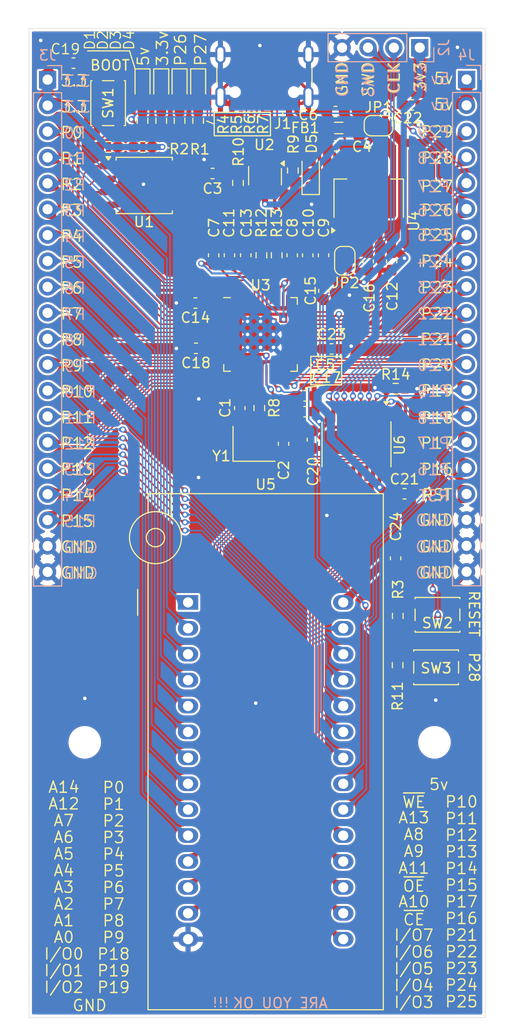
<source format=kicad_pcb>
(kicad_pcb (version 20241229) (generator "pcbnew") (generator_version "9.0")
  (title_block (title "Atmega EEPROM programmer") (date "2025-06-29") (rev "0.1") (company "Andrii Kukuruza"))
  (layers (0 "F.Cu" signal) (2 "B.Cu" signal) (13 "F.Paste" user) (15 "B.Paste" user) (5 "F.SilkS" user "F.Silkscreen") (7 "B.SilkS" user "B.Silkscreen") (1 "F.Mask" user) (3 "B.Mask" user) (25 "Edge.Cuts" user))
  (net 0 "")
  (net 1 "GND")
  (net 2 "VBUS")
  (net 3 "/XIN")
  (net 4 "/XOUT")
  (net 5 "+3V3")
  (net 6 "+1V1")
  (net 7 "/GPIO15")
  (net 8 "/GPIO14")
  (net 9 "/GPIO13")
  (net 10 "/GPIO12")
  (net 11 "/GPIO11")
  (net 12 "/GPIO10")
  (net 13 "/GPIO9")
  (net 14 "/GPIO8")
  (net 15 "/GPIO7")
  (net 16 "/GPIO6")
  (net 17 "/GPIO5")
  (net 18 "/GPIO4")
  (net 19 "/GPIO3")
  (net 20 "/GPIO2")
  (net 21 "/GPIO1")
  (net 22 "/GPIO0")
  (net 23 "/GPIO29_ADC3")
  (net 24 "/GPIO28_ADC2")
  (net 25 "/GPIO27_ADC1")
  (net 26 "/GPIO26_ADC0")
  (net 27 "/GPIO25")
  (net 28 "/GPIO24")
  (net 29 "/GPIO23")
  (net 30 "/GPIO22")
  (net 31 "/GPIO21")
  (net 32 "/GPIO20")
  (net 33 "/GPIO19")
  (net 34 "/GPIO18")
  (net 35 "/GPIO17")
  (net 36 "/GPIO16")
  (net 37 "/SWD")
  (net 38 "/SWCLK")
  (net 39 "/QSPI_SS")
  (net 40 "/QSPI_SD3")
  (net 41 "/QSPI_SCLK")
  (net 42 "/QSPI_SD0")
  (net 43 "/QSPI_SD2")
  (net 44 "/QSPI_SD1")
  (net 45 "/USB_D+")
  (net 46 "/USB_D-")
  (net 47 "Net-(C2-Pad1)")
  (net 48 "/VSYS")
  (net 51 "/USB_CC2")
  (net 52 "/USB_CC1")
  (net 53 "Net-(R2-Pad2)")
  (net 54 "/RESET")
  (net 55 "/O_USB_D+")
  (net 56 "/O_USB_D-")
  (net 57 "/GPIO19_TRANS")
  (net 58 "/GPIO25_TRANS")
  (net 59 "/GPIO18_TRANS")
  (net 60 "/GPIO20_TRANS")
  (net 61 "/GPIO22_TRANS")
  (net 62 "/GPIO24_TRANS")
  (net 63 "/GPIO23_TRANS")
  (net 64 "/GPIO21_TRANS")
  (net 65 "Net-(D1-A)")
  (net 66 "Net-(D2-A)")
  (net 67 "Net-(D5-K)")
  (net 68 "Net-(JP1-A)")
  (net 69 "Net-(JP2-A)")
  (net 70 "Net-(D3-A)")
  (net 71 "Net-(D4-A)")
  (net 72 "Net-(U3-USB_DP)")
  (net 73 "Net-(U3-USB_DM)")
  (footprint "Resistor_SMD:R_0603_1608Metric_Pad0.98x0.95mm_HandSolder" (layer "F.Cu") (at 157.676399 54.509796 90)
    (property "Reference" "R9")
    (property "Value" "5.1K")
  )
  (footprint "Capacitor_SMD:C_0603_1608Metric_Pad1.08x0.95mm_HandSolder" (layer "F.Cu") (at 167.7625 92.535 -90)
    (property "Reference" "C24")
    (property "Value" "100n")
  )
  (footprint "Crystal:Crystal_SMD_Abracon_ABM8G-4Pin_3.2x2.5mm" (layer "F.Cu") (at 153.8625 81.309796)
    (property "Reference" "Y1")
    (property "Value" "ABM8-272-T3")
  )
  (footprint "Inductor_SMD:L_0805_2012Metric_Pad1.05x1.20mm_HandSolder" (layer "F.Cu") (at 162.18371 50.345228)
    (property "Reference" "FB1")
    (property "Value" "BLM21PG121SN1D")
  )
  (footprint "Package_TO_SOT_SMD:SOT-23-6_Handsoldering" (layer "F.Cu") (at 154.9425 55.02 -90)
    (property "Reference" "U2")
    (property "Value" "USBLC6-2SC6")
  )
  (footprint "Button_Switch_SMD:SW_SPST_PTS810" (layer "F.Cu") (at 139.5375 47.91 90)
    (property "Reference" "SW1")
    (property "Value" "SW_Push_Dual")
  )
  (footprint "Capacitor_SMD:C_0603_1608Metric_Pad1.08x0.95mm_HandSolder" (layer "F.Cu") (at 160.725 66.309796 90)
    (property "Reference" "C15")
    (property "Value" "100n")
  )
  (footprint "Resistor_SMD:R_0603_1608Metric_Pad0.98x0.95mm_HandSolder" (layer "F.Cu") (at 167.9625 103.009796 -90)
    (property "Reference" "R11")
    (property "Value" "1K")
  )
  (footprint "Capacitor_SMD:C_0603_1608Metric_Pad1.08x0.95mm_HandSolder" (layer "F.Cu") (at 152.4625 77.809796 -90)
    (property "Reference" "C1")
    (property "Value" "15p")
  )
  (footprint "Jumper:SolderJumper-2_P1.3mm_Open_RoundedPad1.0x1.5mm" (layer "F.Cu") (at 166.08371 50.1153)
    (property "Reference" "JP1")
    (property "Value" "test 5v")
  )
  (footprint "Capacitor_SMD:C_0603_1608Metric_Pad1.08x0.95mm_HandSolder" (layer "F.Cu") (at 161.90871 52.089724)
    (property "Reference" "C4")
    (property "Value" "10n")
  )
  (footprint "Resistor_SMD:R_0603_1608Metric_Pad0.98x0.95mm_HandSolder" (layer "F.Cu") (at 167.775 75.909796 180)
    (property "Reference" "R14")
    (property "Value" "1K")
  )
  (footprint "Capacitor_SMD:C_0603_1608Metric_Pad1.08x0.95mm_HandSolder" (layer "F.Cu") (at 156.7625 81.309796 -90)
    (property "Reference" "C2")
    (property "Value" "15p")
  )
  (footprint "Package_TO_SOT_SMD:SOT-223-3_TabPin2" (layer "F.Cu") (at 165.125 57.259796 90)
    (property "Reference" "U4")
    (property "Value" "NCP1117-3.3_SOT223")
  )
  (footprint "Capacitor_SMD:C_0603_1608Metric_Pad1.08x0.95mm_HandSolder" (layer "F.Cu") (at 148.1625 71.95 180)
    (property "Reference" "C18")
    (property "Value" "100n")
  )
  (footprint "Resistor_SMD:R_0603_1608Metric_Pad0.98x0.95mm_HandSolder" (layer "F.Cu") (at 142.94 52.199796 180)
    (property "Reference" "R1")
    (property "Value" "DNF")
  )
  (footprint "Capacitor_SMD:C_0603_1608Metric_Pad1.08x0.95mm_HandSolder" (layer "F.Cu") (at 169.3875 48.085 180)
    (property "Reference" "C22")
    (property "Value" "10u")
  )
  (footprint "Jumper:SolderJumper-2_P1.3mm_Open_RoundedPad1.0x1.5mm" (layer "F.Cu") (at 162.775 63.359796 -90)
    (property "Reference" "JP2")
    (property "Value" "test 3.3v")
  )
  (footprint "Capacitor_SMD:C_0603_1608Metric_Pad1.08x0.95mm_HandSolder" (layer "F.Cu") (at 149.7875 54.81)
    (property "Reference" "C3")
    (property "Value" "100n")
  )
  (footprint "Button_Switch_SMD:SW_SPST_PTS810" (layer "F.Cu") (at 171.7425 103.224796 180)
    (property "Reference" "SW3")
    (property "Value" "SW_Push_Dual")
  )
  (footprint "Resistor_SMD:R_0603_1608Metric_Pad0.98x0.95mm_HandSolder" (layer "F.Cu") (at 148.3775 49.637173 90)
    (property "Reference" "R7")
    (property "Value" "50")
  )
  (footprint "Package_SO:SOIC-8_5.3x5.3mm_P1.27mm" (layer "F.Cu") (at 143.0825 55.979796)
    (property "Reference" "U1")
    (property "Value" "W25Q32JVSS")
  )
  (footprint "Capacitor_SMD:C_0603_1608Metric_Pad1.08x0.95mm_HandSolder" (layer "F.Cu") (at 153.05 62.82337 90)
    (property "Reference" "C13")
    (property "Value" "100n")
  )
  (footprint "Resistor_SMD:R_0603_1608Metric_Pad0.98x0.95mm_HandSolder" (layer "F.Cu") (at 144.751192 49.637173 90)
    (property "Reference" "R5")
    (property "Value" "150")
  )
  (footprint "Resistor_SMD:R_0603_1608Metric_Pad0.98x0.95mm_HandSolder" (layer "F.Cu") (at 167.9775 98.187296 90)
    (property "Reference" "R3")
    (property "Value" "1K")
  )
  (footprint "LED_SMD:LED_0603_1608Metric_Pad1.05x0.95mm_HandSolder" (layer "F.Cu") (at 142.914413 46.21 -90)
    (property "Reference" "D1")
    (property "Value" "LED")
  )
  (footprint "Resistor_SMD:R_0603_1608Metric_Pad0.98x0.95mm_HandSolder" (layer "F.Cu") (at 146.551192 49.637173 90)
    (property "Reference" "R6")
    (property "Value" "50")
  )
  (footprint "Capacitor_SMD:C_0603_1608Metric_Pad1.08x0.95mm_HandSolder" (layer "F.Cu") (at 158.9 78.159796)
    (property "Reference" "C17")
    (property "Value" "100n")
  )
  (footprint "Socket:DIP_Socket-28_W11.9_W12.7_W15.24_W17.78_W18.5_3M_228-1277-00-0602J" (layer "F.Cu") (at 147.385 96.859796)
    (property "Reference" "U5")
    (property "Value" "ZIF-28")
  )
  (footprint "Capacitor_SMD:C_0603_1608Metric_Pad1.08x0.95mm_HandSolder" (layer "F.Cu") (at 149.9 62.82337 90)
    (property "Reference" "C7")
    (property "Value" "100n")
  )
  (footprint "Button_Switch_SMD:SW_SPST_PTS810" (layer "F.Cu") (at 171.8775 98.074796 180)
    (property "Reference" "SW2")
    (property "Value" "SW_Push_Dual")
  )
  (footprint "Capacitor_SMD:C_0603_1608Metric_Pad1.08x0.95mm_HandSolder" (layer "F.Cu") (at 167.375 63.422296 -90)
    (property "Reference" "C12")
    (property "Value" "10u")
  )
  (footprint "rp2040:RP2040-QFN-56" (layer "F.Cu") (at 154.5025 70.587296)
    (property "Reference" "U3")
    (property "Value" "RP2040")
  )
  (footprint "Capacitor_SMD:C_0603_1608Metric_Pad1.08x0.95mm_HandSolder" (layer "F.Cu") (at 157.6094 62.82337 90)
    (property "Reference" "C8")
    (property "Value" "1u")
  )
  (footprint "Package_SO:TSSOP-20_4.4x6.5mm_P0.65mm" (layer "F.Cu") (at 163.925 81.359796 -90)
    (property "Reference" "U6")
    (property "Value" "TXS0108EPW")
  )
  (footprint "Resistor_SMD:R_0603_1608Metric_Pad0.98x0.95mm_HandSolder" (layer "F.Cu") (at 154.5894 62.82337 90)
    (property "Reference" "R12")
    (property "Value" "27")
  )
  (footprint "Resistor_SMD:R_0603_1608Metric_Pad0.98x0.95mm_HandSolder" (layer "F.Cu") (at 139.57 52.199796 180)
    (property "Reference" "R2")
    (property "Value" "1K")
  )
  (footprint "MountingHole:MountingHole_2.7mm_M2.5" (layer "F.Cu") (at 137.2425 110.58)
    (property "Reference" "H1" (hide yes))
    (property "Value" "MountingHole")
  )
  (footprint "Capacitor_SMD:C_0603_1608Metric_Pad1.08x0.95mm_HandSolder" (layer "F.Cu") (at 161.475 72.009796)
    (property "Reference" "C23")
    (property "Value" "100n")
  )
  (footprint "Capacitor_SMD:C_0603_1608Metric_Pad1.08x0.95mm_HandSolder" (layer "F.Cu") (at 161.8625 48.735 180)
    (property "Reference" "C6")
    (property "Value" "10u")
  )
  (footprint "Resistor_SMD:R_0603_1608Metric_Pad0.98x0.95mm_HandSolder" (layer "F.Cu") (at 154.3825 77.81 90)
    (property "Reference" "R8")
    (property "Value" "1K")
  )
  (footprint "MountingHole:MountingHole_2.7mm_M2.5" (layer "F.Cu") (at 171.5825 110.58)
    (property "Reference" "H2" (hide yes))
    (property "Value" "MountingHole")
  )
  (footprint "Capacitor_SMD:C_0603_1608Metric_Pad1.08x0.95mm_HandSolder" (layer "F.Cu") (at 148.1125 67.51 180)
    (property "Reference" "C14")
    (property "Value" "100n")
  )
  (footprint "LED_SMD:LED_0603_1608Metric_Pad1.05x0.95mm_HandSolder" (layer "F.Cu") (at 146.551192 46.21 -90)
    (property "Reference" "D3")
    (property "Value" "LED")
  )
  (footprint "Capacitor_SMD:C_0603_1608Metric_Pad1.08x0.95mm_HandSolder" (layer "F.Cu") (at 159.1394 62.82337 90)
    (property "Reference" "C10")
    (property "Value" "1u")
  )
  (footprint "Capacitor_SMD:C_0603_1608Metric_Pad1.08x0.95mm_HandSolder" (layer "F.Cu") (at 151.45 62.82337 90)
    (property "Reference" "C11")
    (property "Value" "100n")
  )
  (footprint "Diode_SMD:D_SOD-323_HandSoldering" (layer "F.Cu") (at 159.426399 54.859796 90)
    (property "Reference" "D5")
    (property "Value" "B5819WS")
  )
  (footprint "Capacitor_SMD:C_0603_1608Metric_Pad1.08x0.95mm_HandSolder" (layer "F.Cu") (at 165.075 63.422296 -90)
    (property "Reference" "C16")
    (property "Value" "10u")
  )
  (footprint "Connector_USB:USB_C_Receptacle_GCT_USB4105-xx-A_16P_TopMnt_Horizontal" (layer "F.Cu") (at 154.8825 44.22 180)
    (property "Reference" "J1")
    (property "Value" "USB_C_Receptacle_USB2.0_16P")
  )
  (footprint "Capacitor_SMD:C_0603_1608Metric_Pad1.08x0.95mm_HandSolder" (layer "F.Cu") (at 136.1375 43.985)
    (property "Reference" "C19")
    (property "Value" "10u")
  )
  (footprint "Resistor_SMD:R_0603_1608Metric_Pad0.98x0.95mm_HandSolder" (layer "F.Cu") (at 152.2875 55.735 90)
    (property "Reference" "R10")
    (property "Value" "5.1K")
  )
  (footprint "Capacitor_SMD:C_0603_1608Metric_Pad1.08x0.95mm_HandSolder" (layer "F.Cu") (at 168.6375 86.209796)
    (property "Reference" "C21")
    (property "Value" "100n")
  )
  (footprint "LED_SMD:LED_0603_1608Metric_Pad1.05x0.95mm_HandSolder" (layer "F.Cu") (at 144.751192 46.21 -90)
    (property "Reference" "D2")
    (property "Value" "LED")
  )
  (footprint "Resistor_SMD:R_0603_1608Metric_Pad0.98x0.95mm_HandSolder" (layer "F.Cu") (at 142.914413 49.637173 90)
    (property "Reference" "R4")
    (property "Value" "330")
  )
  (footprint "LED_SMD:LED_0603_1608Metric_Pad1.05x0.95mm_HandSolder" (layer "F.Cu") (at 148.3775 46.21 -90)
    (property "Reference" "D4")
    (property "Value" "LED")
  )
  (footprint "Capacitor_SMD:C_0603_1608Metric_Pad1.08x0.95mm_HandSolder" (layer "F.Cu") (at 160.69 62.82337 90)
    (property "Reference" "C9")
    (property "Value" "100n")
  )
  (footprint "Resistor_SMD:R_0603_1608Metric_Pad0.98x0.95mm_HandSolder" (layer "F.Cu") (at 156.0894 62.82337 90)
    (property "Reference" "R13")
    (property "Value" "27")
  )
  (footprint "Capacitor_SMD:C_0603_1608Metric_Pad1.08x0.95mm_HandSolder" (layer "F.Cu") (at 158.9 76.609796)
    (property "Reference" "C5")
    (property "Value" "100n")
  )
  (footprint "Capacitor_SMD:C_0603_1608Metric_Pad1.08x0.95mm_HandSolder" (layer "F.Cu") (at 159.5925 80.9 90)
    (property "Reference" "C20")
    (property "Value" "100n")
  )
  (footprint "Connector_PinHeader_2.54mm:PinHeader_1x04_P2.54mm_Vertical" (layer "B.Cu") (at 170.1325 42.47 90)
    (property "Reference" "J2")
    (property "Value" "Conn_01x04")
  )
  (footprint "Connector_PinHeader_2.54mm:PinHeader_1x20_P2.54mm_Vertical" (layer "B.Cu") (at 174.7325 45.59 180)
    (property "Reference" "J4")
    (property "Value" "Conn_01x20")
  )
  (footprint "Connector_PinHeader_2.54mm:PinHeader_1x20_P2.54mm_Vertical" (layer "B.Cu") (at 133.5925 45.609796 180)
    (property "Reference" "J3")
    (property "Value" "Conn_01x20")
  )
  (gr_rect (start 159.4375 72.735) (end 162.4625 75.535) (stroke (width 0.12)) (fill no) (layer "F.SilkS"))
  (gr_line (start 149.95 49.96) (end 149.2125 49.66) (stroke (width 0.12)) (layer "F.SilkS"))
  (gr_rect (start 149.95 48.81) (end 155.475 51.11) (stroke (width 0.12)) (fill no) (layer "F.SilkS"))
  (gr_line (start 137.526185 42.786931) (end 141.6375 42.785) (stroke (width 0.12)) (layer "F.SilkS"))
  (gr_line (start 160.95 75.535) (end 158.9125 75.81) (stroke (width 0.12)) (layer "F.SilkS"))
  (gr_line (start 142.1875 44.56) (end 141.6375 42.785) (stroke (width 0.12)) (layer "F.SilkS"))
  (gr_line (start 156.6825 49.185) (end 156.6825 48.735) (stroke (width 0.12)) (layer "F.SilkS"))
  (gr_line (start 145.5125 52.31) (end 145.2375 52.21) (stroke (width 0.12)) (layer "F.SilkS"))
  (gr_rect (start 131.7625 40.585) (end 176.57 137.56) (stroke (width 0.05)) (fill no) (layer "Edge.Cuts"))
  (gr_text "P10" (at 172.5425 117.058182 0) (layer "F.SilkS") (effects (font (size 1.1 1.1) (thickness 0.1375)) (justify left bottom)))
  (gr_text "P25" (at 172.5425 136.65 0) (layer "F.SilkS") (effects (font (size 1.1 1.1) (thickness 0.1375)) (justify left bottom)))
  (gr_text "P11\n" (at 172.5425 118.690834 0) (layer "F.SilkS") (effects (font (size 1.1 1.1) (thickness 0.1375)) (justify left bottom)))
  (gr_text "P28" (at 174.8925 101.67 270) (layer "F.SilkS") (effects (font (size 1 1)) (justify left bottom)))
  (gr_text "P13" (at 134.7875 84.453421 0) (layer "F.SilkS") (effects (font (size 1.1 1.1) (thickness 0.1375)) (justify left bottom)))
  (gr_text "A11" (at 167.951548 123.544761 0) (layer "F.SilkS") (effects (font (size 1.1 1.1) (thickness 0.1375)) (justify left bottom)))
  (gr_text "P2" (at 134.7875 56.519211 0) (layer "F.SilkS") (effects (font (size 1.1 1.1) (thickness 0.1375)) (justify left bottom)))
  (gr_text "P15" (at 172.5425 125.22144 0) (layer "F.SilkS") (effects (font (size 1.1 1.1) (thickness 0.1375)) (justify left bottom)))
  (gr_text "P17" (at 170.1425 81.885 0) (layer "F.SilkS") (effects (font (size 1.1 1.1) (thickness 0.1375)) (justify left bottom)))
  (gr_text "GND" (at 169.985357 92.035 0) (layer "F.SilkS") (effects (font (size 1.1 1.1) (thickness 0.1375)) (justify left bottom)))
  (gr_text "P19" (at 138.38869 135.247954 0) (layer "F.SilkS") (effects (font (size 1.1 1.1) (thickness 0.1375)) (justify left bottom)))
  (gr_text "P3" (at 134.7875 59.058684 0) (layer "F.SilkS") (effects (font (size 1.1 1.1) (thickness 0.1375)) (justify left bottom)))
  (gr_text "A6" (at 134.105357 120.521591 0) (layer "F.SilkS") (effects (font (size 1.1 1.1) (thickness 0.1375)) (justify left bottom)))
  (gr_text "A2" (at 134.105357 127.062197 0) (layer "F.SilkS") (effects (font (size 1.1 1.1) (thickness 0.1375)) (justify left bottom)))
  (gr_text "I/O1" (at 133.1625 133.602803 0) (layer "F.SilkS") (effects (font (size 1.1 1.1) (thickness 0.1375)) (justify left bottom)))
  (gr_text "P1" (at 134.7875 53.979737 0) (layer "F.SilkS") (effects (font (size 1.1 1.1) (thickness 0.1375)) (justify left bottom)))
  (gr_text "I/O4" (at 167.5325 135.064345 0) (layer "F.SilkS") (effects (font (size 1.1 1.1) (thickness 0.1375)) (justify left bottom)))
  (gr_text "3.3v" (at 145.5125 44.36 90) (layer "F.SilkS") (effects (font (size 1.1 1.1) (thickness 0.1375)) (justify left bottom)))
  (gr_text "~{CE}" (at 168.422976 128.607766 0) (layer "F.SilkS") (effects (font (size 1.1 1.1) (thickness 0.1375)) (justify left bottom)))
  (gr_text "A7" (at 134.105357 118.886439 0) (layer "F.SilkS") (effects (font (size 1.1 1.1) (thickness 0.1375)) (justify left bottom)))
  (gr_text "I/O6" (at 167.5325 131.773035 0) (layer "F.SilkS") (effects (font (size 1.1 1.1) (thickness 0.1375)) (justify left bottom)))
  (gr_text "P27" (at 149.2625 44.36 90) (layer "F.SilkS") (effects (font (size 1.1 1.1) (thickness 0.1375)) (justify left bottom)))
  (gr_text "A3" (at 134.105357 125.427045 0) (layer "F.SilkS") (effects (font (size 1.1 1.1) (thickness 0.1375)) (justify left bottom)))
  (gr_text "GND" (at 134.7875 94.611316 0) (layer "F.SilkS") (effects (font (size 1.1 1.1) (thickness 0.1375)) (justify left bottom)))
  (gr_text "CLK" (at 168.264167 47.027143 90) (layer "F.SilkS") (effects (font (size 1.1 1.1) (thickness 0.1375)) (justify left bottom)))
  (gr_text "3v3" (at 170.8225 46.87 90) (layer "F.SilkS") (effects (font (size 1.1 1.1) (thickness 0.1375)) (justify left bottom)))
  (gr_text "P12" (at 134.7875 81.913948 0) (layer "F.SilkS") (effects (font (size 1.1 1.1) (thickness 0.1375)) (justify left bottom)))
  (gr_text "P13\n" (at 172.5425 121.956137 0) (layer "F.SilkS") (effects (font (size 1.1 1.1) (thickness 0.1375)) (justify left bottom)))
  (gr_text "P16" (at 170.1425 84.46 0) (layer "F.SilkS") (effects (font (size 1.1 1.1) (thickness 0.1375)) (justify left bottom)))
  (gr_text "I/O3" (at 167.5325 136.71 0) (layer "F.SilkS") (effects (font (size 1.1 1.1) (thickness 0.1375)) (justify left bottom)))
  (gr_text "A1\n" (at 134.105357 128.697348 0) (layer "F.SilkS") (effects (font (size 1.1 1.1) (thickness 0.1375)) (justify left bottom)))
  (gr_text "A12" (at 133.581548 117.251288 0) (layer "F.SilkS") (effects (font (size 1.1 1.1) (thickness 0.1375)) (justify left bottom)))
  (gr_text "P15" (at 134.7875 89.532369 0) (layer "F.SilkS") (effects (font (size 1.1 1.1) (thickness 0.1375)) (justify left bottom)))
  (gr_text "P25" (at 170.1425 61.485 0) (layer "F.SilkS") (effects (font (size 1.1 1.1) (thickness 0.1375)) (justify left bottom)))
  (gr_text "P28" (at 170.1425 53.935 0) (layer "F.SilkS") (effects (font (size 1.1 1.1) (thickness 0.1375)) (justify left bottom)))
  (gr_text "P6" (at 138.9125 125.452045 0) (layer "F.SilkS") (effects (font (size 1.1 1.1) (thickness 0.1375)) (justify left bottom)))
  (gr_text "GND" (at 135.9525 137.02 0) (layer "F.SilkS") (effects (font (size 1.1 1.1) (thickness 0.1375)) (justify left bottom)))
  (gr_text "3.3" (at 134.7875 46.361316 0) (layer "F.SilkS") (effects (font (size 1.1 1.1) (thickness 0.1375)) (justify left bottom)))
  (gr_text "P0" (at 134.7875 51.440263 0) (layer "F.SilkS") (effects (font (size 1.1 1.1) (thickness 0.1375)) (justify left bottom)))
  (gr_text "P16" (at 172.5425 128.486743 0) (layer "F.SilkS") (effects (font (size 1.1 1.1) (thickness 0.1375)) (justify left bottom)))
  (gr_text "P9" (at 138.9125 130.35 0) (layer "F.SilkS") (effects (font (size 1.1 1.1) (thickness 0.1375)) (justify left bottom)))
  (gr_text "P3\n" (at 138.9125 120.554091 0) (layer "F.SilkS") (effects (font (size 1.1 1.1) (thickness 0.1375)) (justify left bottom)))
  (gr_text "P12" (at 172.5425 120.323485 0) (layer "F.SilkS") (effects (font (size 1.1 1.1) (thickness 0.1375)) (justify left bottom)))
  (gr_text "P18" (at 170.1425 79.41 0) (layer "F.SilkS") (effects (font (size 1.1 1.1) (thickness 0.1375)) (justify left bottom)))
  (gr_text "A4" (at 134.105357 123.791894 0) (layer "F.SilkS") (effects (font (size 1.1 1.1) (thickness 0.1375)) (justify left bottom)))
  (gr_text "P27" (at 170.1425 56.71 0) (layer "F.SilkS") (effects (font (size 1.1 1.1) (thickness 0.1375)) (justify left bottom)))
  (gr_text "P21" (at 172.5425 130.119394 0) (layer "F.SilkS") (effects (font (size 1.1 1.1) (thickness 0.1375)) (justify left bottom)))
  (gr_text "3.3" (at 134.7875 48.90079 0) (layer "F.SilkS") (effects (font (size 1.1 1.1) (thickness 0.1375)) (justify left bottom)))
  (gr_text "P1" (at 138.9125 117.288788 0) (layer "F.SilkS") (effects (font (size 1.1 1.1) (thickness 0.1375)) (justify left bottom)))
  (gr_text "GND" (at 169.985357 89.435 0) (layer "F.SilkS") (effects (font (size 1.1 1.1) (thickness 0.1375)) (justify left bottom)))
  (gr_text "I/O0" (at 133.1625 131.967651 0) (layer "F.SilkS") (effects (font (size 1.1 1.1) (thickness 0.1375)) (justify left bottom)))
  (gr_text "P23" (at 170.1425 66.635 0) (layer "F.SilkS") (effects (font (size 1.1 1.1) (thickness 0.1375)) (justify left bottom)))
  (gr_text "GND" (at 169.985357 94.585 0) (layer "F.SilkS") (effects (font (size 1.1 1.1) (thickness 0.1375)) (justify left bottom)))
  (gr_text "I/O7" (at 167.5325 130.12738 0) (layer "F.SilkS") (effects (font (size 1.1 1.1) (thickness 0.1375)) (justify left bottom)))
  (gr_text "P4" (at 138.9125 122.186742 0) (layer "F.SilkS") (effects (font (size 1.1 1.1) (thickness 0.1375)) (justify left bottom)))
  (gr_text "P10" (at 134.7875 76.835 0) (layer "F.SilkS") (effects (font (size 1.1 1.1) (thickness 0.1375)) (justify left bottom)))
  (gr_text "5v" (at 170.9725 115.35 0) (layer "F.SilkS") (effects (font (size 1.1 1.1) (thickness 0.1375)) (justify left bottom)))
  (gr_text "P19" (at 170.1425 76.76 0) (layer "F.SilkS") (effects (font (size 1.1 1.1) (thickness 0.1375)) (justify left bottom)))
  (gr_text "P24" (at 170.1425 64.06 0) (layer "F.SilkS") (effects (font (size 1.1 1.1) (thickness 0.1375)) (justify left bottom)))
  (gr_text "P29" (at 170.1425 51.36 0) (layer "F.SilkS") (effects (font (size 1.1 1.1) (thickness 0.1375)) (justify left bottom)))
  (gr_text "P8" (at 138.9125 128.717348 0) (layer "F.SilkS") (effects (font (size 1.1 1.1) (thickness 0.1375)) (justify left bottom)))
  (gr_text "P21" (at 170.1425 71.71 0) (layer "F.SilkS") (effects (font (size 1.1 1.1) (thickness 0.1375)) (justify left bottom)))
  (gr_text "P5" (at 134.7875 64.137632 0) (layer "F.SilkS") (effects (font (size 1.1 1.1) (thickness 0.1375)) (justify left bottom)))
  (gr_text "SWD" (at 165.705833 47.341429 90) (layer "F.SilkS") (effects (font (size 1.1 1.1) (thickness 0.1375)) (justify left bottom)))
  (gr_text "A0" (at 134.105357 130.3325 0) (layer "F.SilkS") (effects (font (size 1.1 1.1) (thickness 0.1375)) (justify left bottom)))
  (gr_text "P18" (at 138.38869 131.982651 0) (layer "F.SilkS") (effects (font (size 1.1 1.1) (thickness 0.1375)) (justify left bottom)))
  (gr_text "GND" (at 134.7875 92.071842 0) (layer "F.SilkS") (effects (font (size 1.1 1.1) (thickness 0.1375)) (justify left bottom)))
  (gr_text "P0" (at 138.9125 115.656136 0) (layer "F.SilkS") (effects (font (size 1.1 1.1) (thickness 0.1375)) (justify left bottom)))
  (gr_text "BOOT" (at 137.6875 44.785 0) (layer "F.SilkS") (effects (font (size 1 1)) (justify left bottom)))
  (gr_text "P26" (at 170.1425 59.06 0) (layer "F.SilkS") (effects (font (size 1.1 1.1) (thickness 0.1375)) (justify left bottom)))
  (gr_text "I/O2" (at 133.1625 135.237954 0) (layer "F.SilkS") (effects (font (size 1.1 1.1) (thickness 0.1375)) (justify left bottom)))
  (gr_text "P4" (at 134.7875 61.598158 0) (layer "F.SilkS") (effects (font (size 1.1 1.1) (thickness 0.1375)) (justify left bottom)))
  (gr_text "GND" (at 163.1475 47.289048 90) (layer "F.SilkS") (effects (font (size 1.1 1.1) (thickness 0.1375)) (justify left bottom)))
  (gr_text "P23" (at 172.5425 133.384697 0) (layer "F.SilkS") (effects (font (size 1.1 1.1) (thickness 0.1375)) (justify left bottom)))
  (gr_text "P22" (at 172.5425 131.752046 0) (layer "F.SilkS") (effects (font (size 1.1 1.1) (thickness 0.1375)) (justify left bottom)))
  (gr_text "RESET" (at 174.8875 95.61 270) (layer "F.SilkS") (effects (font (size 1 1)) (justify left bottom)))
  (gr_text "P14" (at 134.7875 86.992895 0) (layer "F.SilkS") (effects (font (size 1.1 1.1) (thickness 0.1375)) (justify left bottom)))
  (gr_text "P20" (at 170.1425 74.235 0) (layer "F.SilkS") (effects (font (size 1.1 1.1) (thickness 0.1375)) (justify left bottom)))
  (gr_text "5v" (at 171.452024 46.135 0) (layer "F.SilkS") (effects (font (size 1.1 1.1) (thickness 0.1375)) (justify left bottom)))
  (gr_text "A8" (at 168.475357 120.253451 0) (layer "F.SilkS") (effects (font (size 1.1 1.1) (thickness 0.1375)) (justify left bottom)))
  (gr_text "P26" (at 147.2875 44.36 90) (layer "F.SilkS") (effects (font (size 1.1 1.1) (thickness 0.1375)) (justify left bottom)))
  (gr_text "A9\n" (at 168.475357 121.899106 0) (layer "F.SilkS") (effects (font (size 1.1 1.1) (thickness 0.1375)) (justify left bottom)))
  (gr_text "P19" (at 138.38869 133.615303 0) (layer "F.SilkS") (effects (font (size 1.1 1.1) (thickness 0.1375)) (justify left bottom)))
  (gr_text "~{WE}" (at 168.344405 117.088182 0) (layer "F.SilkS") (effects (font (size 1.1 1.1) (thickness 0.1375)) (justify left bottom)))
  (gr_text "5v" (at 143.6375 44.36 90) (layer "F.SilkS") (effects (font (size 1.1 1.1) (thickness 0.1375)) (justify left bottom)))
  (gr_text "P17" (at 172.5425 126.854091 0) (layer "F.SilkS") (effects (font (size 1.1 1.1) (thickness 0.1375)) (justify left bottom)))
  (gr_text "P8" (at 134.7875 71.756053 0) (layer "F.SilkS") (effects (font (size 1.1 1.1) (thickness 0.1375)) (justify left bottom)))
  (gr_text "P14" (at 172.5425 123.588788 0) (layer "F.SilkS") (effects (font (size 1.1 1.1) (thickness 0.1375)) (justify left bottom)))
  (gr_text "P7" (at 134.7875 69.216579 0) (layer "F.SilkS") (effects (font (size 1.1 1.1) (thickness 0.1375)) (justify left bottom)))
  (gr_text "A13" (at 167.951548 118.607796 0) (layer "F.SilkS") (effects (font (size 1.1 1.1) (thickness 0.1375)) (justify left bottom)))
  (gr_text "P9" (at 134.7875 74.295527 0) (layer "F.SilkS") (effects (font (size 1.1 1.1) (thickness 0.1375)) (justify left bottom)))
  (gr_text "A14" (at 133.581548 115.616136 0) (layer "F.SilkS") (effects (font (size 1.1 1.1) (thickness 0.1375)) (justify left bottom)))
  (gr_text "P11" (at 134.7875 79.374474 0) (layer "F.SilkS") (effects (font (size 1.1 1.1) (thickness 0.1375)) (justify left bottom)))
  (gr_text "A5" (at 134.105357 122.156742 0) (layer "F.SilkS") (effects (font (size 1.1 1.1) (thickness 0.1375)) (justify left bottom)))
  (gr_text "P22" (at 170.1425 69.185 0) (layer "F.SilkS") (effects (font (size 1.1 1.1) (thickness 0.1375)) (justify left bottom)))
  (gr_text "P2" (at 138.9125 118.921439 0) (layer "F.SilkS") (effects (font (size 1.1 1.1) (thickness 0.1375)) (justify left bottom)))
  (gr_text "P6" (at 134.7875 66.677105 0) (layer "F.SilkS") (effects (font (size 1.1 1.1) (thickness 0.1375)) (justify left bottom)))
  (gr_text "RST" (at 170.250357 86.95 0) (layer "F.SilkS") (effects (font (size 1.1 1.1) (thickness 0.1375)) (justify left bottom)))
  (gr_text "A10\n" (at 167.951548 126.836071 0) (layer "F.SilkS") (effects (font (size 1.1 1.1) (thickness 0.1375)) (justify left bottom)))
  (gr_text "I/O5" (at 167.5325 133.41869 0) (layer "F.SilkS") (effects (font (size 1.1 1.1) (thickness 0.1375)) (justify left bottom)))
  (gr_text "P7" (at 138.9125 127.084697 0) (layer "F.SilkS") (effects (font (size 1.1 1.1) (thickness 0.1375)) (justify left bottom)))
  (gr_text "P5" (at 138.9125 123.819394 0) (layer "F.SilkS") (effects (font (size 1.1 1.1) (thickness 0.1375)) (justify left bottom)))
  (gr_text "~{OE}" (at 168.396786 125.316457 0) (layer "F.SilkS") (effects (font (size 1.1 1.1) (thickness 0.1375)) (justify left bottom)))
  (gr_text "5v" (at 171.452024 48.685 0) (layer "F.SilkS") (effects (font (size 1.1 1.1) (thickness 0.1375)) (justify left bottom)))
  (gr_text "P24" (at 172.5425 135.017349 0) (layer "F.SilkS") (effects (font (size 1.1 1.1) (thickness 0.1375)) (justify left bottom)))
  (gr_text "P7" (at 137.4225 69.258421 -0) (layer "B.SilkS") (effects (font (size 1.1 1.1) (thickness 0.1375)) (justify left bottom mirror)))
  (gr_text "CLK" (at 166.8775 47.157143 -90) (layer "B.SilkS") (effects (font (size 1.1 1.1) (thickness 0.1375)) (justify left bottom mirror)))
  (gr_text "P5" (at 137.4225 64.179474 -0) (layer "B.SilkS") (effects (font (size 1.1 1.1) (thickness 0.1375)) (justify left bottom mirror)))
  (gr_text "P18" (at 173.1625 79.435 -0) (layer "B.SilkS") (effects (font (size 1.1 1.1) (thickness 0.1375)) (justify left bottom mirror)))
  (gr_text "5v" (at 173.1625 48.71 -0) (layer "B.SilkS") (effects (font (size 1.1 1.1) (thickness 0.1375)) (justify left bottom mirror)))
  (gr_text "3.3" (at 137.893929 48.942632 -0) (layer "B.SilkS") (effects (font (size 1.1 1.1) (thickness 0.1375)) (justify left bottom mirror)))
  (gr_text "P21" (at 173.1625 71.735 -0) (layer "B.SilkS") (effects (font (size 1.1 1.1) (thickness 0.1375)) (justify left bottom mirror)))
  (gr_text "P10" (at 138.470119 76.876842 -0) (layer "B.SilkS") (effects (font (size 1.1 1.1) (thickness 0.1375)) (justify left bottom mirror)))
  (gr_text "P23" (at 173.1625 66.66 -0) (layer "B.SilkS") (effects (font (size 1.1 1.1) (thickness 0.1375)) (justify left bottom mirror)))
  (gr_text "P24" (at 173.1625 64.085 -0) (layer "B.SilkS") (effects (font (size 1.1 1.1) (thickness 0.1375)) (justify left bottom mirror)))
  (gr_text "GND" (at 161.8025 47.419048 -90) (layer "B.SilkS") (effects (font (size 1.1 1.1) (thickness 0.1375)) (justify left bottom mirror)))
  (gr_text "P12" (at 138.470119 81.95579 -0) (layer "B.SilkS") (effects (font (size 1.1 1.1) (thickness 0.1375)) (justify left bottom mirror)))
  (gr_text "P2" (at 137.4225 56.561053 -0) (layer "B.SilkS") (effects (font (size 1.1 1.1) (thickness 0.1375)) (justify left bottom mirror)))
  (gr_text "3v3" (at 169.5025 47 -90) (layer "B.SilkS") (effects (font (size 1.1 1.1) (thickness 0.1375)) (justify left bottom mirror)))
  (gr_text "P14" (at 138.470119 87.034737 -0) (layer "B.SilkS") (effects (font (size 1.1 1.1) (thickness 0.1375)) (justify left bottom mirror)))
  (gr_text "P1" (at 137.4225 54.021579 -0) (layer "B.SilkS") (effects (font (size 1.1 1.1) (thickness 0.1375)) (justify left bottom mirror)))
  (gr_text "GND" (at 138.627262 92.113684 -0) (layer "B.SilkS") (effects (font (size 1.1 1.1) (thickness 0.1375)) (justify left bottom mirror)))
  (gr_text "SWD" (at 164.3775 47.471429 -90) (layer "B.SilkS") (effects (font (size 1.1 1.1) (thickness 0.1375)) (justify left bottom mirror)))
  (gr_text "RST" (at 173.109643 87.055 -0) (layer "B.SilkS") (effects (font (size 1.1 1.1) (thickness 0.1375)) (justify left bottom mirror)))
  (gr_text "P13" (at 138.470119 84.495263 -0) (layer "B.SilkS") (effects (font (size 1.1 1.1) (thickness 0.1375)) (justify left bottom mirror)))
  (gr_text "P3" (at 137.4225 59.100526 -0) (layer "B.SilkS") (effects (font (size 1.1 1.1) (thickness 0.1375)) (justify left bottom mirror)))
  (gr_text "P9" (at 137.4225 74.337369 -0) (layer "B.SilkS") (effects (font (size 1.1 1.1) (thickness 0.1375)) (justify left bottom mirror)))
  (gr_text "P11" (at 138.470119 79.416316 -0) (layer "B.SilkS") (effects (font (size 1.1 1.1) (thickness 0.1375)) (justify left bottom mirror)))
  (gr_text "P19" (at 173.1625 76.785 -0) (layer "B.SilkS") (effects (font (size 1.1 1.1) (thickness 0.1375)) (justify left bottom mirror)))
  (gr_text "ARE YOU OK" (at 161.180036 136.73 -0) (layer "B.SilkS") (effects (font (size 1 1)) (justify left bottom mirror)))
  (gr_text "GND" (at 138.627262 94.653158 -0) (layer "B.SilkS") (effects (font (size 1.1 1.1) (thickness 0.1375)) (justify left bottom mirror)))
  (gr_text "P26" (at 173.1625 59.085 -0) (layer "B.SilkS") (effects (font (size 1.1 1.1) (thickness 0.1375)) (justify left bottom mirror)))
  (gr_text "P15" (at 138.470119 89.574211 -0) (layer "B.SilkS") (effects (font (size 1.1 1.1) (thickness 0.1375)) (justify left bottom mirror)))
  (gr_text "P6" (at 137.4225 66.718947 -0) (layer "B.SilkS") (effects (font (size 1.1 1.1) (thickness 0.1375)) (justify left bottom mirror)))
  (gr_text "5v" (at 173.1625 46.16 -0) (layer "B.SilkS") (effects (font (size 1.1 1.1) (thickness 0.1375)) (justify left bottom mirror)))
  (gr_text "GND" (at 173.1625 94.61 -0) (layer "B.SilkS") (effects (font (size 1.1 1.1) (thickness 0.1375)) (justify left bottom mirror)))
  (gr_text "P17" (at 173.1625 81.91 -0) (layer "B.SilkS") (effects (font (size 1.1 1.1) (thickness 0.1375)) (justify left bottom mirror)))
  (gr_text "P0" (at 137.4225 51.482105 -0) (layer "B.SilkS") (effects (font (size 1.1 1.1) (thickness 0.1375)) (justify left bottom mirror)))
  (gr_text "P8" (at 137.4225 71.797895 -0) (layer "B.SilkS") (effects (font (size 1.1 1.1) (thickness 0.1375)) (justify left bottom mirror)))
  (gr_text "GND" (at 173.1625 92.06 -0) (layer "B.SilkS") (effects (font (size 1.1 1.1) (thickness 0.1375)) (justify left bottom mirror)))
  (gr_text "!!!" (at 151.440036 136.74 -0) (layer "B.SilkS") (effects (font (size 1 1) (thickness 0.15) (italic yes)) (justify left bottom mirror)))
  (gr_text "P22" (at 173.1625 69.21 -0) (layer "B.SilkS") (effects (font (size 1.1 1.1) (thickness 0.1375)) (justify left bottom mirror)))
  (gr_text "P27" (at 173.1625 56.735 -0) (layer "B.SilkS") (effects (font (size 1.1 1.1) (thickness 0.1375)) (justify left bottom mirror)))
  (gr_text "P20" (at 173.1625 74.26 -0) (layer "B.SilkS") (effects (font (size 1.1 1.1) (thickness 0.1375)) (justify left bottom mirror)))
  (gr_text "P28" (at 173.1625 53.96 -0) (layer "B.SilkS") (effects (font (size 1.1 1.1) (thickness 0.1375)) (justify left bottom mirror)))
  (gr_text "3.3" (at 137.893929 46.403158 -0) (layer "B.SilkS") (effects (font (size 1.1 1.1) (thickness 0.1375)) (justify left bottom mirror)))
  (gr_text "P4" (at 137.4225 61.64 -0) (layer "B.SilkS") (effects (font (size 1.1 1.1) (thickness 0.1375)) (justify left bottom mirror)))
  (gr_text "P16" (at 173.1625 84.485 -0) (layer "B.SilkS") (effects (font (size 1.1 1.1) (thickness 0.1375)) (justify left bottom mirror)))
  (gr_text "P25" (at 173.1625 61.51 -0) (layer "B.SilkS") (effects (font (size 1.1 1.1) (thickness 0.1375)) (justify left bottom mirror)))
  (gr_text "P29" (at 173.1625 51.385 -0) (layer "B.SilkS") (effects (font (size 1.1 1.1) (thickness 0.1375)) (justify left bottom mirror)))
  (gr_text "GND" (at 173.1625 89.46 -0) (layer "B.SilkS") (effects (font (size 1.1 1.1) (thickness 0.1375)) (justify left bottom mirror)))
  (segment (start 159.7025 47.325) (end 159.7375 47.36) (width 0.3) (layer "F.Cu") (net 1))
  (segment (start 152.2875 57.0225) (end 152.2875 56.6475) (width 0.2) (layer "F.Cu") (net 1))
  (segment (start 159.7625 76.609796) (end 159.7625 78.159796) (width 0.2) (layer "F.Cu") (net 1))
  (segment (start 137 43.985) (end 137.8775 43.985) (width 0.15) (layer "F.Cu") (net 1))
  (segment (start 162.1375 50.714928) (end 162.1375 49.839928) (width 0.2) (layer "F.Cu") (net 1))
  (segment (start 168.0025 104.252296) (end 168.0025 103.962296) (width 0.15) (layer "F.Cu") (net 1))
  (segment (start 149.4825 43.145) (end 150.5625 43.145) (width 0.15) (layer "F.Cu") (net 1))
  (segment (start 148.3775 45.335) (end 148.3775 44.25) (width 0.15) (layer "F.Cu") (net 1))
  (segment (start 151.55 56.6725) (end 152.2625 56.6725) (width 0.3) (layer "F.Cu") (net 1))
  (segment (start 138.4625 44.57) (end 138.4625 45.835) (width 0.15) (layer "F.Cu") (net 1))
  (segment (start 138.4625 49.985) (end 138.4625 45.835) (width 0.15) (layer "F.Cu") (net 1))
  (segment (start 169.862296 75.909796) (end 169.8625 75.91) (width 0.15) (layer "F.Cu") (net 1))
  (segment (start 159.7375 47.36) (end 160.40341 47.36) (width 0.3) (layer "F.Cu") (net 1))
  (segment (start 153.05 58.897296) (end 152.325 58.172296) (width 0.2) (layer "F.Cu") (net 1))
  (segment (start 162.1375 49.839928) (end 161.15871 48.861138) (width 0.2) (layer "F.Cu") (net 1))
  (segment (start 160.8325 43.47) (end 161.5025 43.47) (width 0.3) (layer "F.Cu") (net 1))
  (segment (start 159.2025 43.145) (end 160.5075 43.145) (width 0.3) (layer "F.Cu") (net 1))
  (segment (start 151.45 61.937296) (end 153.05 61.937296) (width 0.3) (layer "F.Cu") (net 1))
  (segment (start 162.3375 72.009796) (end 163.127782 72.009796) (width 0.3) (layer "F.Cu") (net 1))
  (segment (start 157.6094 61.96087) (end 157.6825 61.88777) (width 0.2) (layer "F.Cu") (net 1))
  (segment (start 157.6094 61.97087) (end 159.1294 61.97087) (width 0.3) (layer "F.Cu") (net 1))
  (segment (start 158.59 47.9375) (end 159.2025 47.325) (width 0.3) (layer "F.Cu") (net 1))
  (segment (start 159.5125 57.81) (end 159.5125 57.835) (width 0.15) (layer "F.Cu") (net 1))
  (segment (start 173.62 92.7375) (end 174.7325 93.85) (width 0.2) (layer "F.Cu") (net 1))
  (segment (start 161.011426 61.96087) (end 162.5625 60.409796) (width 0.2) (layer "F.Cu") (net 1))
  (segment (start 156.65 82.159796) (end 156.7625 82.272296) (width 0.2) (layer "F.Cu") (net 1))
  (segment (start 151.44 61.927296) (end 151.45 61.937296) (width 0.3) (layer "F.Cu") (net 1))
  (segment (start 174.7325 91.31) (end 173.62 92.4225) (width 0.2) (layer "F.Cu") (net 1))
  (segment (start 153.5025 74.024796) (end 153.5025 75.46) (width 0.15) (layer "F.Cu") (net 1))
  (segment (start 151.5625 45.75) (end 158.2625 45.75) (width 0.3) (layer "F.Cu") (net 1))
  (segment (start 158.46 81.7625) (end 159.5925 81.7625) (width 0.15) (layer "F.Cu") (net 1))
  (segment (start 174.8825 93.85) (end 174.9625 93.93) (width 0.2) (layer "F.Cu") (net 1))
  (segment (start 150.58 54.88) (end 150.58 55.7025) (width 0.3) (layer "F.Cu") (net 1))
  (segment (start 160.5075 43.145) (end 160.8325 43.47) (width 0.3) (layer "F.Cu") (net 1))
  (segment (start 151.35 47.9375) (end 151.6825 47.9375) (width 0.3) (layer "F.Cu") (net 1))
  (segment (start 150.58 47.3425) (end 150.5625 47.325) (width 0.3) (layer "F.Cu") (net 1))
  (segment (start 149.9 61.927296) (end 151.44 61.927296) (width 0.3) (layer "F.Cu") (net 1))
  (segment (start 174.9625 93.93) (end 174.9625 93.98) (width 0.2) (layer "F.Cu") (net 1))
  (segment (start 159.7625 78.636976) (end 160.25 79.124476) (width 0.2) (layer "F.Cu") (net 1))
  (segment (start 156.644796 55.422296) (end 156.3525 55.13) (width 0.3) (layer "F.Cu") (net 1))
  (segment (start 152.4625 76.5) (end 152.4625 76.947296) (width 0.15) (layer "F.Cu") (net 1))
  (segment (start 159.2025 47.325) (end 159.7025 47.325) (width 0.3) (layer "F.Cu") (net 1))
  (segment (start 140.987704 57.884796) (end 143.0125 55.86) (width 0.15) (layer "F.Cu") (net 1))
  (segment (start 137.8775 43.985) (end 138.4625 44.57) (width 0.15) (layer "F.Cu") (net 1))
  (segment (start 159.7625 76.609796) (end 160.562295 75.810001) (width 0.2) (layer "F.Cu") (net 1))
  (segment (start 161.126138 48.861138) (end 161 48.735) (width 0.2) (layer "F.Cu") (net 1))
  (segment (start 159.1294 61.97087) (end 159.1394 61.96087) (width 0.3) (layer "F.Cu") (net 1))
  (segment (start 162.77121 51.348638) (end 162.1375 50.714928) (width 0.2) (layer "F.Cu") (net 1))
  (segment (start 141.2125 44.57) (end 141.9775 45.335) (width 0.15) (layer "F.Cu") (net 1))
  (segment (start 161.5025 43.47) (end 162.5025 42.47) (width 0.3) (layer "F.Cu") (net 1))
  (segment (start 152.2875 56.6475) (end 152.2875 56.375) (width 0.3) (layer "F.Cu") (net 1))
  (segment (start 154.9425 55.03) (end 154.9425 53.67) (width 0.3) (layer "F.Cu") (net 1))
  (segment (start 156.7625 82.172296) (end 158.050204 82.172296) (width 0.15) (layer "F.Cu") (net 1))
  (segment (start 173.9525 94.99) (end 173.9525 96.999796) (width 0.2) (layer "F.Cu") (net 1))
  (segment (start 150.7375 47.325) (end 151.35 47.9375) (width 0.3) (layer "F.Cu") (net 1))
  (segment (start 152.325 58.172296) (end 152.325 57.06) (width 0.2) (layer "F.Cu") (net 1))
  (segment (start 169.8025 96.999796) (end 173.9525 96.999796) (width 0.2) (layer "F.Cu") (net 1))
  (segment (start 153.05 61.96087) (end 153.05 58.897296) (width 0.2) (layer "F.Cu") (net 1))
  (segment (start 150.58 55.7025) (end 151.55 56.6725) (width 0.3) (layer "F.Cu") (net 1))
  (segment (start 153.1885 77.673296) (end 153.1885 80.033796) (width 0.15) (layer "F.Cu") (net 1))
  (segment (start 141.9775 45.335) (end 142.914413 45.335) (width 0.15) (layer "F.Cu") (net 1))
  (segment (start 154.4375 42.26) (end 154.4625 42.26) (width 0.15) (layer "F.Cu") (net 1))
  (segment (start 147.25 67.51) (end 146.2475 67.51) (width 0.3) (layer "F.Cu") (net 1))
  (segment (start 150.5625 43.145) (end 159.2025 43.145) (width 0.15) (layer "F.Cu") (net 1))
  (segment (start 142.914413 45.335) (end 148.3775 45.335) (width 0.15) (layer "F.Cu") (net 1))
  (segment (start 150.65 54.81) (end 150.58 54.88) (width 0.3) (layer "F.Cu") (net 1))
  (segment (start 159.7625 78.159796) (end 159.7625 78.636976) (width 0.2) (layer "F.Cu") (net 1))
  (segment (start 153.5425 55.12) (end 154.8525 55.12) (width 0.3) (layer "F.Cu") (net 1))
  (segment (start 160.40341 47.36) (end 161 47.95659) (width 0.3) (layer "F.Cu") (net 1))
  (segment (start 150.5625 46.75) (end 151.5625 45.75) (width 0.3) (layer "F.Cu") (net 1))
  (segment (start 164.5775 44.535) (end 162.5125 42.47) (width 0.3) (layer "F.Cu") (net 1))
  (segment (start 174.7325 88.77) (end 173.695 89.8075) (width 0.2) (layer "F.Cu") (net 1))
  (segment (start 150.65 54.81) (end 150.65 54.66) (width 0.3) (layer "F.Cu") (net 1))
  (segment (start 154.9625 82.159796) (end 156.75 82.159796) (width 0.15) (layer "F.Cu") (net 1))
  (segment (start 163.127782 72.009796) (end 163.402578 71.735) (width 0.3) (layer "F.Cu") (net 1))
  (segment (start 158.2625 45.75) (end 159.2025 46.69) (width 0.3) (layer "F.Cu") (net 1))
  (segment (start 162.77121 52.089724) (end 162.77121 51.348638) (width 0.2) (layer "F.Cu") (net 1))
  (segment (start 153.5025 75.46) (end 152.4625 76.5) (width 0.15) (layer "F.Cu") (net 1))
  (segment (start 150.5625 47.325) (end 150.5625 46.75) (width 0.3) (layer "F.Cu") (net 1))
  (segment (start 160.562295 75.810001) (end 165.7375 75.810001) (width 0.2) (layer "F.Cu") (net 1))
  (segment (start 156.75 82.159796) (end 156.7625 82.172296) (width 0.15) (layer "F.Cu") (net 1))
  (segment (start 146.2475 67.51) (end 146.2375 67.5) (width 0.3) (layer "F.Cu") (net 1))
  (segment (start 159.1394 61.96087) (end 160.668926 61.96087) (width 0.3) (layer "F.Cu") (net 1))
  (segment (start 157.676399 55.422296) (end 156.644796 55.422296) (width 0.3) (layer "F.Cu") (net 1))
  (segment (start 159.2025 46.69) (end 159.2025 47.325) (width 0.3) (layer "F.Cu") (net 1))
  (segment (start 153.1885 80.033796) (end 152.7625 80.459796) (width 0.15) (layer "F.Cu") (net 1))
  (segment (start 148.3775 44.25) (end 149.4825 43.145) (width 0.15) (layer "F.Cu") (net 1))
  (segment (start 173.695 89.8075) (end 173.695 90.2725) (width 0.2) (layer "F.Cu") (net 1))
  (segment (start 173.695 90.2725) (end 174.7325 91.31) (width 0.2) (layer "F.Cu") (net 1))
  (segment (start 157.6825 61.88777) (end 157.6825 55.428397) (width 0.2) (layer "F.Cu") (net 1))
  (segment (start 154.8525 55.12) (end 154.9425 55.03) (width 0.3) (layer "F.Cu") (net 1))
  (segment (start 155.0425 55.13) (end 154.9425 55.03) (width 0.3) (layer "F.Cu") (net 1))
  (segment (start 168.6875 75.909796) (end 169.862296 75.909796) (width 0.15) (layer "F.Cu") (net 1))
  (segment (start 148.474796 76.947296) (end 152.4625 76.947296) (width 0.3) (layer "F.Cu") (net 1))
  (segment (start 156.3525 55.13) (end 155.0425 55.13) (width 0.3) (layer "F.Cu") (net 1))
  (segment (start 158.050204 82.172296) (end 158.46 81.7625) (width 0.15) (layer "F.Cu") (net 1))
  (segment (start 161.15871 48.861138) (end 161.126138 48.861138) (width 0.2) (layer "F.Cu") (net 1))
  (segment (start 138.4625 44.57) (end 141.2125 44.57) (width 0.15) (layer "F.Cu") (net 1))
  (segment (start 152.2875 56.375) (end 153.5425 55.12) (width 0.3) (layer "F.Cu") (net 1))
  (segment (start 174.7325 93.85) (end 174.8825 93.85) (width 0.2) (layer "F.Cu") (net 1))
  (segment (start 160.668926 61.96087) (end 160.69 61.939796) (width 0.3) (layer "F.Cu") (net 1))
  (segment (start 168.525 48.085) (end 168.525 47.1225) (width 0.3) (layer "F.Cu") (net 1))
  (segment (start 157.6825 55.428397) (end 157.676399 55.422296) (width 0.2) (layer "F.Cu") (net 1))
  (segment (start 168.525 47.1225) (end 165.9375 44.535) (width 0.3) (layer "F.Cu") (net 1))
  (segment (start 147.29 71.96) (end 147.3 71.95) (width 0.3) (layer "F.Cu") (net 1))
  (segment (start 150.65 54.66) (end 150.58 54.59) (width 0.3) (layer "F.Cu") (net 1))
  (segment (start 167.955 104.299796) (end 168.0025 104.252296) (width 0.15) (layer "F.Cu") (net 1))
  (segment (start 161 88.3225) (end 161.0125 88.335) (width 0.15) (layer "F.Cu") (net 1))
  (segment (start 150.5625 47.325) (end 150.7375 47.325) (width 0.3) (layer "F.Cu") (net 1))
  (segment (start 165.075 64.284796) (end 167.375 64.284796) (width 0.4) (layer "F.Cu") (net 1))
  (segment (start 152.325 57.06) (end 152.2875 57.0225) (width 0.2) (layer "F.Cu") (net 1))
  (segment (start 161 47.95659) (end 161 48.735) (width 0.3) (layer "F.Cu") (net 1))
  (segment (start 146.2375 71.96) (end 147.29 71.96) (width 0.3) (layer "F.Cu") (net 1))
  (segment (start 162.5025 42.47) (end 162.5125 42.47) (width 0.3) (layer "F.Cu") (net 1))
  (segment (start 148.4625 84.66) (end 148.4125 84.61) (width 0.3) (layer "F.Cu") (net 1))
  (segment (start 173.62 92.4225) (end 173.62 92.7375) (width 0.2) (layer "F.Cu") (net 1))
  (segment (start 160.69 61.96087) (end 161.011426 61.96087) (width 0.2) (layer "F.Cu") (net 1))
  (segment (start 152.2625 56.6725) (end 152.2875 56.6475) (width 0.3) (layer "F.Cu") (net 1))
  (segment (start 152.4625 76.947296) (end 153.1885 77.673296) (width 0.15) (layer "F.Cu") (net 1))
  (segment (start 174.9625 93.98) (end 173.9525 94.99) (width 0.2) (layer "F.Cu") (net 1))
  (segment (start 139.495 57.884796) (end 140.987704 57.884796) (width 0.15) (layer "F.Cu") (net 1))
  (segment (start 165.9375 44.535) (end 164.5775 44.535) (width 0.3) (layer "F.Cu") (net 1))
  (segment (start 161 84.222296) (end 161 88.3225) (width 0.15) (layer "F.Cu") (net 1))
  (segment (start 168.0025 103.962296) (end 167.9625 103.922296) (width 0.15) (layer "F.Cu") (net 1))
  (segment (start 158.0825 47.9375) (end 158.59 47.9375) (width 0.3) (layer "F.Cu") (net 1))
  (segment (start 150.58 54.59) (end 150.58 47.3425) (width 0.3) (layer "F.Cu") (net 1))
  (segment (start 148.4375 76.91) (end 148.474796 76.947296) (width 0.3) (layer "F.Cu") (net 1))
  (segment (start 162.5625 60.409796) (end 162.825 60.409796) (width 0.2) (layer "F.Cu") (net 1))
  (segment (start 154.9425 53.67) (end 154.875 53.7375) (width 0.3) (layer "F.Cu") (net 1))
  (via (at 169.8625 75.91) (size 0.6) (drill 0.35) (layers "F.Cu" "B.Cu") (net 1))
  (via (at 160.25 79.124476) (size 0.6) (drill 0.35) (layers "F.Cu" "B.Cu") (net 1))
  (via (at 163.402578 71.735) (size 0.6) (drill 0.35) (layers "F.Cu" "B.Cu") (net 1))
  (via (at 137.2525 106.27) (size 0.6) (drill 0.35) (layers "F.Cu" "B.Cu") (net 1))
  (via (at 143.0125 55.86) (size 0.6) (drill 0.35) (layers "F.Cu" "B.Cu") (net 1))
  (via (at 173.8375 42.435) (size 0.6) (drill 0.35) (layers "F.Cu" "B.Cu") (net 1))
  (via (at 159.5125 57.835) (size 0.6) (drill 0.35) (layers "F.Cu" "B.Cu") (net 1))
  (via (at 171.7025 106.44) (size 0.6) (drill 0.35) (layers "F.Cu" "B.Cu") (net 1))
  (via (at 146.2375 67.5) (size 0.6) (drill 0.35) (layers "F.Cu" "B.Cu") (net 1))
  (via (at 163.2325 66.74) (size 0.6) (drill 0.35) (layers "F.Cu" "B.Cu") (net 1))
  (via (at 148.4125 84.61) (size 0.6) (drill 0.35) (layers "F.Cu" "B.Cu") (net 1))
  (via (at 148.4375 76.91) (size 0.6) (drill 0.35) (layers "F.Cu" "B.Cu") (net 1))
  (via (at 154.033034 106.74) (size 0.6) (drill 0.35) (layers "F.Cu" "B.Cu") (net 1))
  (via (at 161.0125 88.335) (size 0.6) (drill 0.35) (layers "F.Cu" "B.Cu") (net 1))
  (via (at 165.7375 75.810001) (size 0.6) (drill 0.35) (layers "F.Cu" "B.Cu") (net 1))
  (via (at 146.2375 71.96) (size 0.6) (drill 0.35) (layers "F.Cu" "B.Cu") (net 1))
  (via (at 148.9625 53.435) (size 0.6) (drill 0.35) (layers "F.Cu" "B.Cu") (net 1))
  (via (at 154.4375 42.26) (size 0.6) (drill 0.35) (layers "F.Cu" "B.Cu") (net 1))
  (via (at 132.9125 41.76) (size 0.6) (drill 0.35) (layers "F.Cu" "B.Cu") (net 1))
  (segment (start 146.2375 74.71) (end 148.4375 76.91) (width 0.3) (layer "B.Cu") (net 1))
  (segment (start 160.8375 88.26) (end 160.9375 88.26) (width 0.15) (layer "B.Cu") (net 1))
  (segment (start 146.2375 67.5) (end 146.2375 71.96) (width 0.3) (layer "B.Cu") (net 1))
  (segment (start 134.6425 92.379796) (end 134.6425 92.819796) (width 0.2) (layer "B.Cu") (net 1))
  (segment (start 148.4125 76.935) (end 148.4375 76.91) (width 0.3) (layer "B.Cu") (net 1))
  (segment (start 133.5925 91.329796) (end 134.6425 92.379796) (width 0.2) (layer "B.Cu") (net 1))
  (segment (start 134.6425 92.819796) (end 133.5925 93.869796) (width 0.2) (layer "B.Cu") (net 1))
  (segment (start 160.9375 88.26) (end 161.0125 88.335) (width 0.15) (layer "B.Cu") (net 1))
  (segment (start 146.2375 71.96) (end 146.2375 74.71) (width 0.3) (layer "B.Cu") (net 1))
  (segment (start 148.4125 84.61) (end 148.4125 76.935) (width 0.3) (layer "B.Cu") (net 1))
  (segment (start 157.2925 47.91) (end 157.2825 47.9) (width 0.6) (layer "F.Cu") (net 2))
  (segment (start 153.295219 46.549) (end 156.469781 46.549) (width 0.3) (layer "F.Cu") (net 2))
  (segment (start 159.075 53.258397) (end 159.075 50.8425) (width 0.6) (layer "F.Cu") (net 2))
  (segment (start 152.4825 47.361719) (end 153.295219 46.549) (width 0.3) (layer "F.Cu") (net 2))
  (segment (start 157.2925 49.06) (end 157.2925 47.91) (width 0.6) (layer "F.Cu") (net 2))
  (segment (start 159.426399 53.609796) (end 159.075 53.258397) (width 0.6) (layer "F.Cu") (net 2))
  (segment (start 157.2825 47.361719) (end 157.2825 47.9) (width 0.3) (layer "F.Cu") (net 2))
  (segment (start 156.469781 46.549) (end 157.2825 47.361719) (width 0.3) (layer "F.Cu") (net 2))
  (segment (start 159.075 50.8425) (end 157.2925 49.06) (width 0.6) (layer "F.Cu") (net 2))
  (segment (start 152.4825 47.9) (end 152.4825 47.361719) (width 0.3) (layer "F.Cu") (net 2))
  (segment (start 153.9025 74.024796) (end 153.9025 75.7) (width 0.15) (layer "F.Cu") (net 3))
  (segment (start 153.602704 82.159796) (end 152.7625 82.159796) (width 0.15) (layer "F.Cu") (net 3))
  (segment (start 153.5325 79.749702) (end 153.6885 79.905702) (width 0.15) (layer "F.Cu") (net 3))
  (segment (start 153.6885 82.074) (end 153.602704 82.159796) (width 0.15) (layer "F.Cu") (net 3))
  (segment (start 153.6885 79.905702) (end 153.6885 82.074) (width 0.15) (layer "F.Cu") (net 3))
  (segment (start 151.9125 82.159796) (end 151.4625 81.709796) (width 0.15) (layer "F.Cu") (net 3))
  (segment (start 153.9025 75.7) (end 153.5325 76.07) (width 0.15) (layer "F.Cu") (net 3))
  (segment (start 151.4625 79.009796) (end 151.8 78.672296) (width 0.15) (layer "F.Cu") (net 3))
  (segment (start 153.5325 76.07) (end 153.5325 79.749702) (width 0.15) (layer "F.Cu") (net 3))
  (segment (start 152.7625 82.159796) (end 151.9125 82.159796) (width 0.15) (layer "F.Cu") (net 3))
  (segment (start 151.8 78.672296) (end 152.4625 78.672296) (width 0.15) (layer "F.Cu") (net 3))
  (segment (start 151.4625 81.709796) (end 151.4625 79.009796) (width 0.15) (layer "F.Cu") (net 3))
  (segment (start 154.3025 76.8175) (end 154.3825 76.8975) (width 0.15) (layer "F.Cu") (net 4))
  (segment (start 154.3025 74.024796) (end 154.3025 76.8175) (width 0.15) (layer "F.Cu") (net 4))
  (segment (start 152.2045 64.602) (end 153.2845 64.602) (width 0.2) (layer "F.Cu") (net 5))
  (segment (start 133.5925 48.149796) (end 135.162296 48.149796) (width 0.8) (layer "F.Cu") (net 5))
  (segment (start 148.3625 54.81) (end 148.925 54.81) (width 0.3) (layer "F.Cu") (net 5))
  (segment (start 154.7025 73.474796) (end 154.7025 74.024796) (width 0.2) (layer "F.Cu") (net 5))
  (segment (start 133.5925 44.39) (end 133.5925 45.609796) (width 0.6) (layer "F.Cu") (net 5))
  (segment (start 160.69 63.68587) (end 160.813926 63.809796) (width 0.2) (layer "F.Cu") (net 5))
  (segment (start 144.9775 54.074796) (end 146.67 54.074796) (width 0.3) (layer "F.Cu") (net 5))
  (segment (start 147.2925 66.25) (end 144.5125 66.25) (width 0.3) (layer "F.Cu") (net 5))
  (segment (start 156.6125 67.959796) (end 155.1125 67.959796) (width 0.2) (layer "F.Cu") (net 5))
  (segment (start 136.5925 49.58) (end 136.5925 50.148) (width 0.8) (layer "F.Cu") (net 5))
  (segment (start 159.5125 67.172296) (end 160.725 67.172296) (width 0.15) (layer "F.Cu") (net 5))
  (segment (start 155.1025 65.69) (end 155.1025 67.149796) (width 0.2) (layer "F.Cu") (net 5))
  (segment (start 151.0525 71.599796) (end 150.0475 71.599796) (width 0.2) (layer "F.Cu") (net 5))
  (segment (start 166.2 78.497296) (end 166.2 77.347296) (width 0.3) (layer "F.Cu") (net 5))
  (segment (start 148.975 67.51) (end 149.005204 67.479796) (width 0.3) (layer "F.Cu") (net 5))
  (segment (start 159.451466 71.587296) (end 159.873966 72.009796) (width 0.2) (layer "F.Cu") (net 5))
  (segment (start 158.6975 67.987296) (end 159.5125 67.172296) (width 0.15) (layer "F.Cu") (net 5))
  (segment (start 160.566426 63.826074) (end 157.3025 67.09) (width 0.6) (layer "F.Cu") (net 5))
  (segment (start 153.2845 64.602) (end 154.7025 66.02) (width 0.2) (layer "F.Cu") (net 5))
  (segment (start 157.94 67.987296) (end 157.9225 67.969796) (width 0.15) (layer "F.Cu") (net 5))
  (segment (start 136.5925 58.33) (end 136.5925 50.148) (width 0.3) (layer "F.Cu") (net 5))
  (segment (start 157.115 67.969796) (end 157.1025 67.957296) (width 0.15) (layer "F.Cu") (net 5))
  (segment (start 156.7025 66.5) (end 159.1394 64.0631) (width 0.2) (layer "F.Cu") (net 5))
  (segment (start 174.482704 104.299796) (end 173.8175 104.299796) (width 0.3) (layer "F.Cu") (net 5))
  (segment (start 147.7765 66.734) (end 147.2925 66.25) (width 0.3) (layer "F.Cu") (net 5))
  (segment (start 135.275 43.985) (end 133.9975 43.985) (width 0.6) (layer "F.Cu") (net 5))
  (segment (start 146.67 54.074796) (end 147.627296 54.074796) (width 0.3) (layer "F.Cu") (net 5))
  (segment (start 174.6825 101.14) (end 174.6825 104.1) (width 0.3) (layer "F.Cu") (net 5))
  (segment (start 154.9175 73.259796) (end 157.1125 73.259796) (width 0.3) (layer "F.Cu") (net 5))
  (segment (start 157.1125 71.819796) (end 157.345 71.587296) (width 0.2) (layer "F.Cu") (net 5))
  (segment (start 168.7365 77.294) (end 168.7365 83.643796) (width 0.3) (layer "F.Cu") (net 5))
  (segment (start 159.873966 72.009796) (end 160.6125 72.009796) (width 0.2) (layer "F.Cu") (net 5))
  (segment (start 157.94 67.987296) (end 158.6975 67.987296) (width 0.15) (layer "F.Cu") (net 5))
  (segment (start 148.555634 67.51) (end 147.779634 66.734) (width 0.3) (layer "F.Cu") (net 5))
  (segment (start 154.7025 67.949796) (end 154.7125 67.959796) (width 0.15) (layer "F.Cu") (net 5))
  (segment (start 160.69 63.68587) (end 160.566426 63.68587) (width 0.2) (layer "F.Cu") (net 5))
  (segment (start 143.8525 52.209796) (end 144.8625 52.209796) (width 0.3) (layer "F.Cu") (net 5))
  (segment (start 166.8625 76.684796) (end 166.8625 75.909796) (width 0.3) (layer "F.Cu") (net 5))
  (segment (start 155.1025 67.949796) (end 155.1125 67.959796) (width 0.15) (layer "F.Cu") (net 5))
  (segment (start 151.065 71.587296) (end 151.0525 71.599796) (width 0.2) (layer "F.Cu") (net 5))
  (segment (start 154.7025 67.149796) (end 154.7025 67.949796) (width 0.15) (layer "F.Cu") (net 5))
  (segment (start 147.779634 66.734) (end 147.7765 66.734) (width 0.3) (layer "F.Cu") (net 5))
  (segment (start 149.034796 71.959796) (end 149.025 71.95) (width 0.2) (layer "F.Cu") (net 5))
  (segment (start 156.615 67.957296) (end 157.1025 67.957296) (width 0.2) (layer "F.Cu") (net 5))
  (segment (start 149.6875 71.959796) (end 149.034796 71.959796) (width 0.2) (layer "F.Cu") (net 5))
  (segment (start 161 79.4375) (end 161.247296 79.684796) (width 0.3) (layer "F.Cu") (net 5))
  (segment (start 161.247296 79.684796) (end 165.749999 79.684796) (width 0.3) (layer "F.Cu") (net 5))
  (segment (start 161 78.497296) (end 161 79.4375) (width 0.3) (layer "F.Cu") (net 5))
  (segment (start 167.9775 97.274796) (end 167.1125 98.139796) (width 0.3) (layer "F.Cu") (net 5))
  (segment (start 148.975 67.51) (end 148.975 67.4425) (width 0.3) (layer "F.Cu") (net 5))
  (segment (start 157.1025 67.957296) (end 157.1025 67.149796) (width 0.2) (layer "F.Cu") (net 5))
  (segment (start 164.235 65.469796) (end 164.6525 65.469796) (width 0.3) (layer "F.Cu") (net 5))
  (segment (start 167.8925 100.68) (end 174.2225 100.68) (width 0.3) (layer "F.Cu") (net 5))
  (segment (start 166.2 79.234795) (end 166.2 78.497296) (width 0.3) (layer "F.Cu") (net 5))
  (segment (start 144.052827 50.549673) (end 144.751192 50.549673) (width 0.3) (layer "F.Cu") (net 5))
  (segment (start 135.162296 48.149796) (end 136.5925 49.58) (width 0.8) (layer "F.Cu") (net 5))
  (segment (start 160.355 80.0375) (end 161 79.3925) (width 0.3) (layer "F.Cu") (net 5))
  (segment (start 151.935 67.987296) (end 151.9625 67.959796) (width 0.2) (layer "F.Cu") (net 5))
  (segment (start 165.749999 79.684796) (end 166.2 79.234795) (width 0.3) (layer "F.Cu") (net 5))
  (segment (start 150.232296 67.959796) (end 151.9625 67.959796) (width 0.3) (layer "F.Cu") (net 5))
  (segment (start 151.96 71.587296) (end 151.9625 71.589796) (width 0.2) (layer "F.Cu") (net 5))
  (segment (start 166.8625 75.909796) (end 167.352296 75.909796) (width 0.3) (layer "F.Cu") (net 5))
  (segment (start 157.9225 67.969796) (end 157.115 67.969796) (width 0.15) (layer "F.Cu") (net 5))
  (segment (start 167.1125 98.139796) (end 167.1125 99.9) (width 0.3) (layer "F.Cu") (net 5))
  (segment (start 156.7025 67.869796) (end 156.6125 67.959796) (width 0.2) (layer "F.Cu") (net 5))
  (segment (start 167.1125 99.9) (end 167.8925 100.68) (width 0.3) (layer "F.Cu") (net 5))
  (segment (start 169.6675 104.299796) (end 173.8175 104.299796) (width 0.15) (layer "F.Cu") (net 5))
  (segment (start 149.7825 67.51) (end 150.232296 67.959796) (width 0.3) (layer "F.Cu") (net 5))
  (segment (start 158.0375 79.455) (end 158.0375 78.159796) (width 0.3) (layer "F.Cu") (net 5))
  (segment (start 166.2 77.347296) (end 166.8625 76.684796) (width 0.3) (layer "F.Cu") (net 5))
  (segment (start 155.1025 67.149796) (end 155.1025 67.949796) (width 0.15) (layer "F.Cu") (net 5))
  (segment (start 143.8525 52.209796) (end 143.8525 50.75) (width 0.3) (layer "F.Cu") (net 5))
  (segment (start 157.1125 73.259796) (end 157.1125 71.819796) (width 0.2) (layer "F.Cu") (net 5))
  (segment (start 170.9825 85.889796) (end 170.9825 92.729796) (width 0.3) (layer "F.Cu") (net 5))
  (segment (start 147.627296 54.074796) (end 148.3625 54.81) (width 0.3) (layer "F.Cu") (net 5))
  (segment (start 160.566426 63.68587) (end 160.566426 63.826074) (width 0.6) (layer "F.Cu") (net 5))
  (segment (start 159.1394 64.0631) (end 159.1394 63.68587) (width 0.2) (layer "F.Cu") (net 5))
  (segment (start 156.7025 67.149796) (end 156.7025 67.869796) (width 0.2) (layer "F.Cu") (net 5))
  (segment (start 154.7025 66.02) (end 154.7025 67.149796) (width 0.2) (layer "F.Cu") (net 5))
  (segment (start 157.3025 67.09) (end 157.3025 67.74) (width 0.6) (layer "F.Cu") (net 5))
  (segment (start 159.5925 80.0375) (end 158.62 80.0375) (width 0.3) (layer "F.Cu") (net 5))
  (segment (start 151.45 63.68587) (end 151.45 63.8475) (width 0.2) (layer "F.Cu") (net 5))
  (segment (start 143.8525 52.949796) (end 144.9775 54.074796) (width 0.3) (layer "F.Cu") (net 5))
  (segment (start 174.6825 104.1) (end 174.482704 104.299796) (width 0.3) (layer "F.Cu") (net 5))
  (segment (start 159.5925 80.0375) (end 160.355 80.0375) (width 0.3) (layer "F.Cu") (net 5))
  (segment (start 154.7025 76.03) (end 156.832296 78.159796) (width 0.2) (layer "F.Cu") (net 5))
  (segment (start 154.7125 67.959796) (end 151.9625 67.959796) (width 0.2) (layer "F.Cu") (net 5))
  (segment (start 168.7365 83.643796) (end 170.9825 85.889796) (width 0.3) (layer "F.Cu") (net 5))
  (segment (start 154.4875 73.259796) (end 154.7025 73.474796) (width 0.2) (layer "F.Cu") (net 5))
  (segment (start 144.664452 50.636822) (end 144.764101 50.537173) (width 0.3) (layer "F.Cu") (net 5))
  (segment (start 160.813926 63.809796) (end 162.575 63.809796) (width 0.2) (layer "F.Cu") (net 5))
  (segment (start 167.352296 75.909796) (end 168.7365 77.294) (width 0.3) (layer "F.Cu") (net 5))
  (segment (start 162.575 63.809796) (end 162.775 64.009796) (width 0.2) (layer "F.Cu") (net 5))
  (segment (start 143.8525 50.75) (end 144.052827 50.549673) (width 0.3) (layer "F.Cu") (net 5))
  (segment (start 174.2225 100.68) (end 174.6825 101.14) (width 0.3) (layer "F.Cu") (net 5))
  (segment (start 143.8525 52.209796) (end 143.8525 52.949796) (width 0.3) (layer "F.Cu") (net 5))
  (segment (start 167.9775 95.734796) (end 167.9775 97.274796) (width 0.3) (layer "F.Cu") (net 5))
  (segment (start 151.9625 73.259796) (end 154.4875 73.259796) (width 0.2) (layer "F.Cu") (net 5))
  (segment (start 156.7025 67.149796) (end 156.7025 66.5) (width 0.2) (layer "F.Cu") (net 5))
  (segment (start 148.975 67.51) (end 149.7825 67.51) (width 0.3) (layer "F.Cu") (net 5))
  (segment (start 150.0475 71.599796) (end 149.6875 71.959796) (width 0.2) (layer "F.Cu") (net 5))
  (segment (start 156.832296 78.159796) (end 158.0375 78.159796) (width 0.2) (layer "F.Cu") (net 5))
  (segment (start 153.05 63.68587) (end 153.09837 63.68587) (width 0.2) (layer "F.Cu") (net 5))
  (segment (start 151.45 63.8475) (end 152.2045 64.602) (width 0.2) (layer "F.Cu") (net 5))
  (segment (start 157.1025 67.149796) (end 157.1025 66.77) (width 0.2) (layer "F.Cu") (net 5))
  (segment (start 151.9625 67.959796) (end 151.9625 71.589796) (width 0.2) (layer "F.Cu") (net 5))
  (segment (start 158.62 80.0375) (end 158.0375 79.455) (width 0.3) (layer "F.Cu") (net 5))
  (segment (start 161 79.3925) (end 161 78.497296) (width 0.3) (layer "F.Cu") (net 5))
  (segment (start 151.9625 71.589796) (end 151.9625 73.259796) (width 0.2) (layer "F.Cu") (net 5))
  (segment (start 157.345 71.587296) (end 157.94 71.587296) (width 0.2) (layer "F.Cu") (net 5))
  (segment (start 162.775 64.009796) (end 164.235 65.469796) (width 0.3) (layer "F.Cu") (net 5))
  (segment (start 157.94 71.587296) (end 159.451466 71.587296) (width 0.2) (layer "F.Cu") (net 5))
  (segment (start 133.9975 43.985) (end 133.5925 44.39) (width 0.6) (layer "F.Cu") (net 5))
  (segment (start 155.1125 67.959796) (end 154.7125 67.959796) (width 0.2) (layer "F.Cu") (net 5))
  (segment (start 156.6125 67.959796) (end 156.615 67.957296) (width 0.2) (layer "F.Cu") (net 5))
  (segment (start 151.065 71.587296) (end 151.96 71.587296) (width 0.2) (layer "F.Cu") (net 5))
  (segment (start 153.09837 63.68587) (end 155.1025 65.69) (width 0.2) (layer "F.Cu") (net 5))
  (segment (start 170.9825 92.729796) (end 167.9775 95.734796) (width 0.3) (layer "F.Cu") (net 5))
  (segment (start 154.7025 73.474796) (end 154.9175 73.259796) (width 0.3) (layer "F.Cu") (net 5))
  (segment (start 144.5125 66.25) (end 136.5925 58.33) (width 0.3) (layer "F.Cu") (net 5))
  (segment (start 154.7025 74.024796) (end 154.7025 76.03) (width 0.2) (layer "F.Cu") (net 5))
  (segment (start 148.975 67.51) (end 148.555634 67.51) (width 0.3) (layer "F.Cu") (net 5))
  (via (at 144.8625 52.209796) (size 0.6) (drill 0.35) (layers "F.Cu" "B.Cu") (net 5))
  (via (at 164.6525 65.469796) (size 0.6) (drill 0.35) (layers "F.Cu" "B.Cu") (net 5))
  (segment (start 170.1375 47.035) (end 168.5625 48.61) (width 0.6) (layer "B.Cu") (net 5))
  (segment (start 170.1375 42.475) (end 170.1375 47.035) (width 0.6) (layer "B.Cu") (net 5))
  (segment (start 168.5625 61.56) (end 164.6525 65.47) (width 0.6) (layer "B.Cu") (net 5))
  (segment (start 133.5925 48.149796) (end 133.5925 45.609796) (width 0.6) (layer "B.Cu") (net 5))
  (segment (start 135.424796 48.149796) (end 133.5925 48.149796) (width 0.6) (layer "B.Cu") (net 5))
  (segment (start 170.1325 42.47) (end 170.1375 42.475) (width 0.6) (layer "B.Cu") (net 5))
  (segment (start 168.5625 48.61) (end 168.5625 61.56) (width 0.6) (layer "B.Cu") (net 5))
  (segment (start 144.8625 52.21) (end 139.485 52.21) (width 0.6) (layer "B.Cu") (net 5))
  (segment (start 139.485 52.21) (end 135.424796 48.149796) (width 0.6) (layer "B.Cu") (net 5))
  (segment (start 151.3745 64.952) (end 150.0525 63.63) (width 0.2) (layer "F.Cu") (net 6))
  (segment (start 154.3025 67.149796) (end 154.3025 66.12) (width 0.2) (layer "F.Cu") (net 6))
  (segment (start 157.6094 64.812896) (end 157.6094 63.68587) (width 0.2) (layer "F.Cu") (net 6))
  (segment (start 156.8625 65.559796) (end 157.6094 64.812896) (width 0.2) (layer "F.Cu") (net 6))
  (segment (start 154.3025 66.12) (end 153.1345 64.952) (width 0.2) (layer "F.Cu") (net 6))
  (segment (start 153.1345 64.952) (end 151.3745 64.952) (width 0.2) (layer "F.Cu") (net 6))
  (segment (start 155.525121 75.972175) (end 155.62789 76.074944) (width 0.2) (layer "F.Cu") (net 6))
  (segment (start 155.62789 76.074944) (end 155.62789 76.30539) (width 0.2) (layer "F.Cu") (net 6))
  (segment (start 155.1025 74.024796) (end 155.1025 75.549554) (width 0.2) (layer "F.Cu") (net 6))
  (segment (start 155.62789 76.30539) (end 155.932296 76.609796) (width 0.2) (layer "F.Cu") (net 6))
  (segment (start 156.3025 67.149796) (end 156.3025 66.119796) (width 0.2) (layer "F.Cu") (net 6))
  (segment (start 150.0525 63.63) (end 148.6825 63.63) (width 0.2) (layer "F.Cu") (net 6))
  (segment (start 155.932296 76.609796) (end 158.0375 76.609796) (width 0.2) (layer "F.Cu") (net 6))
  (segment (start 155.1025 75.549554) (end 155.525121 75.972175) (width 0.2) (layer "F.Cu") (net 6))
  (segment (start 148.73837 63.68587) (end 148.6825 63.63) (width 0.2) (layer "F.Cu") (net 6))
  (segment (start 156.3025 66.119796) (end 156.8625 65.559796) (width 0.2) (layer "F.Cu") (net 6))
  (via (at 155.0625 72.659796) (size 0.6) (drill 0.35) (layers "F.Cu" "B.Cu") (net 6))
  (via (at 156.8625 65.559796) (size 0.6) (drill 0.35) (layers "F.Cu" "B.Cu") (net 6))
  (via (at 148.6825 63.63) (size 0.6) (drill 0.35) (layers "F.Cu" "B.Cu") (net 6))
  (via (at 156.7625 69.109796) (size 0.6) (drill 0.35) (layers "F.Cu" "B.Cu") (net 6))
  (via (at 155.525121 75.972175) (size 0.6) (drill 0.35) (layers "F.Cu" "B.Cu") (net 6))
  (segment (start 156.8625 65.56) (end 156.7625 65.66) (width 0.2) (layer "B.Cu") (net 6))
  (segment (start 148.7725 63.63) (end 148.6825 63.63) (width 0.2) (layer "B.Cu") (net 6))
  (segment (start 156.7625 69.109796) (end 152.256704 64.604) (width 0.2) (layer "B.Cu") (net 6))
  (segment (start 156.7625 65.66) (end 156.7625 69.11) (width 0.2) (layer "B.Cu") (net 6))
  (segment (start 152.256704 64.604) (end 149.7465 64.604) (width 0.2) (layer "B.Cu") (net 6))
  (segment (start 155.0625 75.509758) (end 155.0625 72.66) (width 0.2) (layer "B.Cu") (net 6))
  (segment (start 155.525121 75.972379) (end 155.0625 75.509758) (width 0.2) (layer "B.Cu") (net 6))
  (segment (start 149.7465 64.604) (end 148.7725 63.63) (width 0.2) (layer "B.Cu") (net 6))
  (segment (start 155.376674 75.823728) (end 155.228227 75.823728) (width 0.2) (layer "B.Cu") (net 6))
  (segment (start 153.1025 74.024796) (end 153.1025 75.14) (width 0.15) (layer "F.Cu") (net 7))
  (segment (start 146.822296 89.809796) (end 140.9825 83.97) (width 0.15) (layer "F.Cu") (net 7))
  (segment (start 137.103 82.542088) (end 137.103 85.279296) (width 0.15) (layer "F.Cu") (net 7))
  (segment (start 143.984292 75.660796) (end 137.103 82.542088) (width 0.15) (layer "F.Cu") (net 7))
  (segment (start 137.103 85.279296) (end 133.5925 88.789796) (width 0.15) (layer "F.Cu") (net 7))
  (segment (start 152.581704 75.660796) (end 143.984292 75.660796) (width 0.15) (layer "F.Cu") (net 7))
  (segment (start 153.1025 75.14) (end 152.581704 75.660796) (width 0.15) (layer "F.Cu") (net 7))
  (segment (start 147.0875 89.809796) (end 146.822296 89.809796) (width 0.15) (layer "F.Cu") (net 7))
  (via (at 140.9825 83.97) (size 0.6) (drill 0.35) (layers "F.Cu" "B.Cu") (net 7))
  (via (at 147.0875 89.809796) (size 0.6) (drill 0.35) (layers "F.Cu" "B.Cu") (net 7))
  (segment (start 160.0625 101.135) (end 148.7375 89.81) (width 0.15) (layer "B.Cu") (net 7))
  (segment (start 140.9825 83.97) (end 140.2775 83.97) (width 0.15) (layer "B.Cu") (net 7))
  (segment (start 162.625 112.1) (end 160.0625 109.5375) (width 0.15) (layer "B.Cu") (net 7))
  (segment (start 160.0625 109.5375) (end 160.0625 101.135) (width 0.15) (layer "B.Cu") (net 7))
  (segment (start 135.457704 88.789796) (end 133.5925 88.789796) (width 0.15) (layer "B.Cu") (net 7))
  (segment (start 148.7375 89.81) (end 146.9875 89.81) (width 0.15) (layer "B.Cu") (net 7))
  (segment (start 140.2775 83.97) (end 135.457704 88.789796) (width 0.15) (layer "B.Cu") (net 7))
  (segment (start 147.0875 89.009796) (end 146.8375 89.009796) (width 0.15) (layer "F.Cu") (net 8))
  (segment (start 136.3125 82.908324) (end 136.3125 84.28) (width 0.15) (layer "F.Cu") (net 8))
  (segment (start 152.382704 75.359796) (end 143.861028 75.359796) (width 0.15) (layer "F.Cu") (net 8))
  (segment (start 134.342704 86.249796) (end 133.5925 86.249796) (width 0.15) (layer "F.Cu") (net 8))
  (segment (start 143.861028 75.359796) (end 136.3125 82.908324) (width 0.15) (layer "F.Cu") (net 8))
  (segment (start 146.8375 89.009796) (end 141.0375 83.209796) (width 0.15) (layer "F.Cu") (net 8))
  (segment (start 152.7025 75.04) (end 152.382704 75.359796) (width 0.15) (layer "F.Cu") (net 8))
  (segment (start 136.3125 84.28) (end 134.342704 86.249796) (width 0.15) (layer "F.Cu") (net 8))
  (segment (start 152.7025 74.024796) (end 152.7025 75.04) (width 0.15) (layer "F.Cu") (net 8))
  (via (at 147.0875 89.009796) (size 0.6) (drill 0.35) (layers "F.Cu" "B.Cu") (net 8))
  (via (at 140.9875 83.209796) (size 0.6) (drill 0.35) (layers "F.Cu" "B.Cu") (net 8))
  (segment (start 160.3625 100.986356) (end 148.386144 89.01) (width 0.15) (layer "B.Cu") (net 8))
  (segment (start 148.386144 89.01) (end 147.0875 89.01) (width 0.15) (layer "B.Cu") (net 8))
  (segment (start 139.2625 83.21) (end 141.0375 83.21) (width 0.15) (layer "B.Cu") (net 8))
  (segment (start 162.345 109.56) (end 160.3625 107.5775) (width 0.15) (layer "B.Cu") (net 8))
  (segment (start 160.3625 107.5775) (end 160.3625 100.986356) (width 0.15) (layer "B.Cu") (net 8))
  (segment (start 136.222704 86.249796) (end 139.2625 83.21) (width 0.15) (layer "B.Cu") (net 8))
  (segment (start 133.5925 86.249796) (end 136.222704 86.249796) (width 0.15) (layer "B.Cu") (net 8))
  (segment (start 162.625 109.56) (end 162.345 109.56) (width 0.15) (layer "B.Cu") (net 8))
  (segment (start 152.202704 75.009796) (end 143.786764 75.009796) (width 0.15) (layer "F.Cu") (net 9))
  (segment (start 141.0125 82.359796) (end 146.9125 88.259796) (width 0.15) (layer "F.Cu") (net 9))
  (segment (start 146.9125 88.259796) (end 147.0625 88.259796) (width 0.15) (layer "F.Cu") (net 9))
  (segment (start 152.3025 74.91) (end 152.202704 75.009796) (width 0.15) (layer "F.Cu") (net 9))
  (segment (start 135.086764 83.709796) (end 133.5925 83.709796) (width 0.15) (layer "F.Cu") (net 9))
  (segment (start 143.786764 75.009796) (end 135.086764 83.709796) (width 0.15) (layer "F.Cu") (net 9))
  (segment (start 152.3025 74.024796) (end 152.3025 74.91) (width 0.15) (layer "F.Cu") (net 9))
  (via (at 147.0875 88.259796) (size 0.6) (drill 0.35) (layers "F.Cu" "B.Cu") (net 9))
  (via (at 140.9875 82.359796) (size 0.6) (drill 0.35) (layers "F.Cu" "B.Cu") (net 9))
  (segment (start 160.6625 100.860678) (end 148.061822 88.26) (width 0.15) (layer "B.Cu") (net 9))
  (segment (start 162.5975 107.02) (end 160.6625 105.085) (width 0.15) (layer "B.Cu") (net 9))
  (segment (start 141.0125 82.36) (end 137.8925 82.36) (width 0.15) (layer "B.Cu") (net 9))
  (segment (start 148.061822 88.26) (end 147.0625 88.26) (width 0.15) (layer "B.Cu") (net 9))
  (segment (start 162.625 107.02) (end 162.5975 107.02) (width 0.15) (layer "B.Cu") (net 9))
  (segment (start 160.6625 105.085) (end 160.6625 100.860678) (width 0.15) (layer "B.Cu") (net 9))
  (segment (start 137.8925 82.36) (end 136.5425 83.71) (width 0.15) (layer "B.Cu") (net 9))
  (segment (start 135.424796 83.709796) (end 133.5925 83.709796) (width 0.15) (layer "B.Cu") (net 9))
  (segment (start 136.5425 83.71) (end 135.425 83.71) (width 0.15) (layer "B.Cu") (net 9))
  (segment (start 135.425 83.71) (end 135.424796 83.709796) (width 0.15) (layer "B.Cu") (net 9))
  (segment (start 151.875 74.709796) (end 143.6625 74.709796) (width 0.15) (layer "F.Cu") (net 10))
  (segment (start 151.9025 74.024796) (end 151.9025 74.682296) (width 0.15) (layer "F.Cu") (net 10))
  (segment (start 151.9025 74.682296) (end 151.875 74.709796) (width 0.15) (layer "F.Cu") (net 10))
  (segment (start 146.9125 87.484796) (end 147.0625 87.484796) (width 0.15) (layer "F.Cu") (net 10))
  (segment (start 143.6625 74.709796) (end 137.2025 81.169796) (width 0.15) (layer "F.Cu") (net 10))
  (segment (start 137.2025 81.169796) (end 133.5925 81.169796) (width 0.15) (layer "F.Cu") (net 10))
  (segment (start 141.0125 81.584796) (end 146.9125 87.484796) (width 0.15) (layer "F.Cu") (net 10))
  (via (at 140.9875 81.584796) (size 0.6) (drill 0.35) (layers "F.Cu" "B.Cu") (net 10))
  (via (at 147.0875 87.484796) (size 0.6) (drill 0.35) (layers "F.Cu" "B.Cu") (net 10))
  (segment (start 147.7125 87.485) (end 147.0625 87.485) (width 0.15) (layer "B.Cu") (net 10))
  (segment (start 160.9625 100.735) (end 147.7125 87.485) (width 0.15) (layer "B.Cu") (net 10))
  (segment (start 141.0125 81.585) (end 134.007704 81.585) (width 0.15) (layer "B.Cu") (net 10))
  (segment (start 134.007704 81.585) (end 133.5925 81.169796) (width 0.15) (layer "B.Cu") (net 10))
  (segment (start 162.625 104.48) (end 160.9625 102.8175) (width 0.15) (layer "B.Cu") (net 10))
  (segment (start 160.9625 102.8175) (end 160.9625 100.735) (width 0.15) (layer "B.Cu") (net 10))
  (segment (start 147.0625 86.709796) (end 141.1125 80.759796) (width 0.15) (layer "F.Cu") (net 11))
  (segment (start 141.0375 80.759796) (end 140.9375 80.759796) (width 0.15) (layer "F.Cu") (net 11))
  (segment (start 150.410204 73.187296) (end 149.872704 73.724796) (width 0.15) (layer "F.Cu") (net 11))
  (segment (start 149.872704 73.724796) (end 142.317704 73.724796) (width 0.15) (layer "F.Cu") (net 11))
  (segment (start 151.065 73.187296) (end 150.410204 73.187296) (width 0.15) (layer "F.Cu") (net 11))
  (segment (start 137.412704 78.629796) (end 133.5925 78.629796) (width 0.15) (layer "F.Cu") (net 11))
  (segment (start 142.317704 73.724796) (end 137.412704 78.629796) (width 0.15) (layer "F.Cu") (net 11))
  (via (at 147.0875 86.709796) (size 0.6) (drill 0.35) (layers "F.Cu" "B.Cu") (net 11))
  (via (at 140.9875 80.759796) (size 0.6) (drill 0.35) (layers "F.Cu" "B.Cu") (net 11))
  (segment (start 135.425 78.63) (end 135.424796 78.629796) (width 0.15) (layer "B.Cu") (net 11))
  (segment (start 137.8725 80.76) (end 135.7425 78.63) (width 0.15) (layer "B.Cu") (net 11))
  (segment (start 135.7425 78.63) (end 135.425 78.63) (width 0.15) (layer "B.Cu") (net 11))
  (segment (start 162.625 101.94) (end 147.395 86.71) (width 0.15) (layer "B.Cu") (net 11))
  (segment (start 135.424796 78.629796) (end 133.5925 78.629796) (width 0.15) (layer "B.Cu") (net 11))
  (segment (start 147.395 86.71) (end 147.0625 86.71) (width 0.15) (layer "B.Cu") (net 11))
  (segment (start 141.0125 80.76) (end 137.8725 80.76) (width 0.15) (layer "B.Cu") (net 11))
  (segment (start 150.38594 72.787296) (end 149.74844 73.424796) (width 0.15) (layer "F.Cu") (net 12))
  (segment (start 151.065 72.787296) (end 150.38594 72.787296) (width 0.15) (layer "F.Cu") (net 12))
  (segment (start 149.74844 73.424796) (end 140.237704 73.424796) (width 0.15) (layer "F.Cu") (net 12))
  (segment (start 141.025 79.909796) (end 140.95 79.909796) (width 0.15) (layer "F.Cu") (net 12))
  (segment (start 137.572704 76.089796) (end 133.5925 76.089796) (width 0.15) (layer "F.Cu") (net 12))
  (segment (start 147.0375 85.884796) (end 141.0625 79.909796) (width 0.15) (layer "F.Cu") (net 12))
  (segment (start 140.237704 73.424796) (end 137.572704 76.089796) (width 0.15) (layer "F.Cu") (net 12))
  (via (at 140.9875 79.909796) (size 0.6) (drill 0.35) (layers "F.Cu" "B.Cu") (net 12))
  (via (at 147.0875 85.884796) (size 0.6) (drill 0.35) (layers "F.Cu" "B.Cu") (net 12))
  (segment (start 140.9875 79.91) (end 139.245 79.91) (width 0.15) (layer "B.Cu") (net 12))
  (segment (start 162.625 99.4) (end 160.5525 99.4) (width 0.15) (layer "B.Cu") (net 12))
  (segment (start 135.424796 76.089796) (end 133.5925 76.089796) (width 0.15) (layer "B.Cu") (net 12))
  (segment (start 162.625 99.4) (end 162.3925 99.4) (width 0.15) (layer "B.Cu") (net 12))
  (segment (start 162.3925 99.4) (end 162.1525 99.16) (width 0.15) (layer "B.Cu") (net 12))
  (segment (start 160.5525 99.4) (end 147.0375 85.885) (width 0.15) (layer "B.Cu") (net 12))
  (segment (start 139.245 79.91) (end 135.424796 76.089796) (width 0.15) (layer "B.Cu") (net 12))
  (segment (start 151.065 72.387296) (end 150.359264 72.387296) (width 0.15) (layer "F.Cu") (net 13))
  (segment (start 149.621764 73.124796) (end 134.0175 73.124796) (width 0.15) (layer "F.Cu") (net 13))
  (segment (start 134.0175 73.124796) (end 133.5925 73.549796) (width 0.15) (layer "F.Cu") (net 13))
  (segment (start 150.359264 72.387296) (end 149.621764 73.124796) (width 0.15) (layer "F.Cu") (net 13))
  (segment (start 147.385 119.72) (end 147.105 119.72) (width 0.15) (layer "B.Cu") (net 13))
  (segment (start 142.9125 81.0375) (end 135.424796 73.549796) (width 0.15) (layer "B.Cu") (net 13))
  (segment (start 147.105 119.72) (end 142.9125 115.5275) (width 0.15) (layer "B.Cu") (net 13))
  (segment (start 142.9125 115.5275) (end 142.9125 81.0375) (width 0.15) (layer "B.Cu") (net 13))
  (segment (start 135.424796 73.549796) (end 133.5925 73.549796) (width 0.15) (layer "B.Cu") (net 13))
  (segment (start 151.065 71.987296) (end 150.335 71.987296) (width 0.15) (layer "F.Cu") (net 14))
  (segment (start 138.4225 72.81) (end 136.622296 71.009796) (width 0.15) (layer "F.Cu") (net 14))
  (segment (start 150.335 71.987296) (end 149.512296 72.81) (width 0.15) (layer "F.Cu") (net 14))
  (segment (start 149.512296 72.81) (end 138.4225 72.81) (width 0.15) (layer "F.Cu") (net 14))
  (segment (start 136.622296 71.009796) (end 133.5925 71.009796) (width 0.15) (layer "F.Cu") (net 14))
  (segment (start 143.2125 78.82) (end 135.402296 71.009796) (width 0.15) (layer "B.Cu") (net 14))
  (segment (start 135.402296 71.009796) (end 133.5925 71.009796) (width 0.15) (layer "B.Cu") (net 14))
  (segment (start 147.385 117.18) (end 147.105 117.18) (width 0.15) (layer "B.Cu") (net 14))
  (segment (start 147.105 117.18) (end 143.2125 113.2875) (width 0.15) (layer "B.Cu") (net 14))
  (segment (start 143.2125 113.2875) (end 143.2125 78.82) (width 0.15) (layer "B.Cu") (net 14))
  (segment (start 139.141296 71.158796) (end 136.452296 68.469796) (width 0.15) (layer "F.Cu") (net 15))
  (segment (start 151.065 71.187296) (end 151.0365 71.158796) (width 0.15) (layer "F.Cu") (net 15))
  (segment (start 151.0365 71.158796) (end 139.141296 71.158796) (width 0.15) (layer "F.Cu") (net 15))
  (segment (start 136.452296 68.469796) (end 133.5925 68.469796) (width 0.15) (layer "F.Cu") (net 15))
  (segment (start 143.5125 76.56) (end 135.422296 68.469796) (width 0.15) (layer "B.Cu") (net 15))
  (segment (start 147.105 114.64) (end 143.5125 111.0475) (width 0.15) (layer "B.Cu") (net 15))
  (segment (start 143.5125 111.0475) (end 143.5125 76.56) (width 0.15) (layer "B.Cu") (net 15))
  (segment (start 147.385 114.64) (end 147.105 114.64) (width 0.15) (layer "B.Cu") (net 15))
  (segment (start 135.422296 68.469796) (end 133.5925 68.469796) (width 0.15) (layer "B.Cu") (net 15))
  (segment (start 141.399796 70.787296) (end 136.542296 65.929796) (width 0.15) (layer "F.Cu") (net 16))
  (segment (start 136.542296 65.929796) (end 133.5925 65.929796) (width 0.15) (layer "F.Cu") (net 16))
  (segment (start 151.065 70.787296) (end 141.399796 70.787296) (width 0.15) (layer "F.Cu") (net 16))
  (segment (start 147.105 112.1) (end 143.8125 108.8075) (width 0.15) (layer "B.Cu") (net 16))
  (segment (start 143.8125 74.3) (end 135.442296 65.929796) (width 0.15) (layer "B.Cu") (net 16))
  (segment (start 147.385 112.1) (end 147.105 112.1) (width 0.15) (layer "B.Cu") (net 16))
  (segment (start 143.8125 108.8075) (end 143.8125 74.3) (width 0.15) (layer "B.Cu") (net 16))
  (segment (start 135.442296 65.929796) (end 133.5925 65.929796) (width 0.15) (layer "B.Cu") (net 16))
  (segment (start 151.065 70.387296) (end 143.679796 70.387296) (width 0.15) (layer "F.Cu") (net 17))
  (segment (start 143.679796 70.387296) (end 136.682296 63.389796) (width 0.15) (layer "F.Cu") (net 17))
  (segment (start 136.682296 63.389796) (end 133.5925 63.389796) (width 0.15) (layer "F.Cu") (net 17))
  (segment (start 144.1125 106.5675) (end 144.1125 72.13) (width 0.15) (layer "B.Cu") (net 17))
  (segment (start 147.105 109.56) (end 144.1125 106.5675) (width 0.15) (layer "B.Cu") (net 17))
  (segment (start 147.385 109.56) (end 147.105 109.56) (width 0.15) (layer "B.Cu") (net 17))
  (segment (start 135.372296 63.389796) (end 133.5925 63.389796) (width 0.15) (layer "B.Cu") (net 17))
  (segment (start 144.1125 72.13) (end 135.372296 63.389796) (width 0.15) (layer "B.Cu") (net 17))
  (segment (start 135.202296 60.849796) (end 133.5925 60.849796) (width 0.15) (layer "F.Cu") (net 18))
  (segment (start 151.065 69.987296) (end 144.339796 69.987296) (width 0.15) (layer "F.Cu") (net 18))
  (segment (start 144.339796 69.987296) (end 135.202296 60.849796) (width 0.15) (layer "F.Cu") (net 18))
  (segment (start 144.4125 104.3275) (end 144.4125 69.84) (width 0.15) (layer "B.Cu") (net 18))
  (segment (start 144.4125 69.84) (end 135.422296 60.849796) (width 0.15) (layer "B.Cu") (net 18))
  (segment (start 135.422296 60.849796) (end 133.5925 60.849796) (width 0.15) (layer "B.Cu") (net 18))
  (segment (start 147.385 107.02) (end 147.105 107.02) (width 0.15) (layer "B.Cu") (net 18))
  (segment (start 147.105 107.02) (end 144.4125 104.3275) (width 0.15) (layer "B.Cu") (net 18))
  (segment (start 151.065 69.587296) (end 144.639796 69.587296) (width 0.15) (layer "F.Cu") (net 19))
  (segment (start 133.5925 58.54) (end 133.5925 58.309796) (width 0.15) (layer "F.Cu") (net 19))
  (segment (start 144.639796 69.587296) (end 133.5925 58.54) (width 0.15) (layer "F.Cu") (net 19))
  (segment (start 135.522296 58.309796) (end 133.5925 58.309796) (width 0.15) (layer "B.Cu") (net 19))
  (segment (start 144.7125 102.0875) (end 144.7125 67.5) (width 0.15) (layer "B.Cu") (net 19))
  (segment (start 144.7125 67.5) (end 135.522296 58.309796) (width 0.15) (layer "B.Cu") (net 19))
  (segment (start 147.385 104.48) (end 147.105 104.48) (width 0.15) (layer "B.Cu") (net 19))
  (segment (start 147.105 104.48) (end 144.7125 102.0875) (width 0.15) (layer "B.Cu") (net 19))
  (segment (start 145.009796 69.187296) (end 135.1625 59.34) (width 0.15) (layer "F.Cu") (net 20))
  (segment (start 135.1625 59.34) (end 135.1625 56.82) (width 0.15) (layer "F.Cu") (net 20))
  (segment (start 135.1625 56.82) (end 134.112296 55.769796) (width 0.15) (layer "F.Cu") (net 20))
  (segment (start 151.065 69.187296) (end 145.009796 69.187296) (width 0.15) (layer "F.Cu") (net 20))
  (segment (start 134.112296 55.769796) (end 133.5925 55.769796) (width 0.15) (layer "F.Cu") (net 20))
  (segment (start 147.385 101.94) (end 147.105 101.94) (width 0.15) (layer "B.Cu") (net 20))
  (segment (start 147.105 101.94) (end 145.0125 99.8475) (width 0.15) (layer "B.Cu") (net 20))
  (segment (start 145.0125 65.26) (end 135.522296 55.769796) (width 0.15) (layer "B.Cu") (net 20))
  (segment (start 145.0125 99.8475) (end 145.0125 65.26) (width 0.15) (layer "B.Cu") (net 20))
  (segment (start 135.522296 55.769796) (end 133.5925 55.769796) (width 0.15) (layer "B.Cu") (net 20))
  (segment (start 135.6325 59.16) (end 135.6325 54.58) (width 0.15) (layer "F.Cu") (net 21))
  (segment (start 151.065 68.787296) (end 145.259796 68.787296) (width 0.15) (layer "F.Cu") (net 21))
  (segment (start 145.259796 68.787296) (end 135.6325 59.16) (width 0.15) (layer "F.Cu") (net 21))
  (segment (start 134.282296 53.229796) (end 133.5925 53.229796) (width 0.15) (layer "F.Cu") (net 21))
  (segment (start 135.6325 54.58) (end 134.282296 53.229796) (width 0.15) (layer "F.Cu") (net 21))
  (segment (start 147.385 99.4) (end 145.3125 97.3275) (width 0.15) (layer "B.Cu") (net 21))
  (segment (start 145.3125 97.3275) (end 145.3125 63.1175) (width 0.15) (layer "B.Cu") (net 21))
  (segment (start 135.424796 53.229796) (end 133.5925 53.229796) (width 0.15) (layer "B.Cu") (net 21))
  (segment (start 145.3125 63.1175) (end 135.424796 53.229796) (width 0.15) (layer "B.Cu") (net 21))
  (segment (start 136.0725 58.99) (end 136.0725 52.25) (width 0.15) (layer "F.Cu") (net 22))
  (segment (start 151.065 68.387296) (end 145.469796 68.387296) (width 0.15) (layer "F.Cu") (net 22))
  (segment (start 134.512296 50.689796) (end 133.5925 50.689796) (width 0.15) (layer "F.Cu") (net 22))
  (segment (start 145.469796 68.387296) (end 136.0725 58.99) (width 0.15) (layer "F.Cu") (net 22))
  (segment (start 136.0725 52.25) (end 134.512296 50.689796) (width 0.15) (layer "F.Cu") (net 22))
  (segment (start 145.6125 60.8775) (end 135.424796 50.689796) (width 0.15) (layer "B.Cu") (net 22))
  (segment (start 135.424796 50.689796) (end 133.5925 50.689796) (width 0.15) (layer "B.Cu") (net 22))
  (segment (start 145.6125 95.685) (end 145.6125 60.8775) (width 0.15) (layer "B.Cu") (net 22))
  (segment (start 146.7875 96.86) (end 145.6125 95.685) (width 0.15) (layer "B.Cu") (net 22))
  (segment (start 147.385 96.86) (end 146.7875 96.86) (width 0.15) (layer "B.Cu") (net 22))
  (segment (start 157.94 68.387296) (end 161.511116 68.387296) (width 0.15) (layer "F.Cu") (net 23))
  (segment (start 171.574 53.8285) (end 174.7325 50.67) (width 0.15) (layer "F.Cu") (net 23))
  (segment (start 161.511116 68.387296) (end 161.933616 67.964796) (width 0.15) (layer "F.Cu") (net 23))
  (segment (start 161.933616 67.964796) (end 164.894568 67.964796) (width 0.15) (layer "F.Cu") (net 23))
  (segment (start 164.894568 67.964796) (end 171.574 61.285364) (width 0.15) (layer "F.Cu") (net 23))
  (segment (start 171.574 61.285364) (end 171.574 53.8285) (width 0.15) (layer "F.Cu") (net 23))
  (segment (start 161.995 68.787296) (end 162.1925 68.589796) (width 0.15) (layer "F.Cu") (net 24))
  (segment (start 171.874 56.0685) (end 174.7325 53.21) (width 0.15) (layer "F.Cu") (net 24))
  (segment (start 167.65 102.097296) (end 167.9625 102.097296) (width 0.15) (layer "F.Cu") (net 24))
  (segment (start 171.874 61.409628) (end 171.874 56.0685) (width 0.15) (layer "F.Cu") (net 24))
  (segment (start 164.8125 97.129796) (end 164.8125 99.259796) (width 0.15) (layer "F.Cu") (net 24))
  (segment (start 167.9625 102.107296) (end 167.9625 102.097296) (width 0.15) (layer "F.Cu") (net 24))
  (segment (start 164.8125 99.259796) (end 167.65 102.097296) (width 0.15) (layer "F.Cu") (net 24))
  (segment (start 168.005 102.149796) (end 167.9625 102.107296) (width 0.15) (layer "F.Cu") (net 24))
  (segment (start 169.6675 102.149796) (end 173.8175 102.149796) (width 0.15) (layer "F.Cu") (net 24))
  (segment (start 169.6675 102.149796) (end 168.005 102.149796) (width 0.15) (layer "F.Cu") (net 24))
  (segment (start 157.94 68.787296) (end 161.995 68.787296) (width 0.15) (layer "F.Cu") (net 24))
  (segment (start 157.94 68.787296) (end 164.496332 68.787296) (width 0.15) (layer "F.Cu") (net 24))
  (segment (start 164.496332 68.787296) (end 171.874 61.409628) (width 0.15) (layer "F.Cu") (net 24))
  (via (at 164.8125 97.129796) (size 0.6) (drill 0.35) (layers "F.Cu" "B.Cu") (net 24))
  (via (at 162.1925 68.589796) (size 0.6) (drill 0.35) (layers "F.Cu" "B.Cu") (net 24))
  (segment (start 160.0725 79.749476) (end 160.0725 92.39) (width 0.15) (layer "B.Cu") (net 24))
  (segment (start 159.2375 75.835) (end 159.2375 78.914476) (width 0.15) (layer "B.Cu") (net 24))
  (segment (start 160.0725 92.39) (end 164.8125 97.13) (width 0.15) (layer "B.Cu") (net 24))
  (segment (start 162.1925 68.59) (end 162.1925 72.88) (width 0.15) (layer "B.Cu") (net 24))
  (segment (start 159.2375 78.914476) (end 160.0725 79.749476) (width 0.15) (layer "B.Cu") (net 24))
  (segment (start 162.1925 72.88) (end 159.2375 75.835) (width 0.15) (layer "B.Cu") (net 24))
  (segment (start 172.174 58.3085) (end 174.7325 55.75) (width 0.15) (layer "F.Cu") (net 25))
  (segment (start 164.520596 69.187296) (end 172.174 61.533892) (width 0.15) (layer "F.Cu") (net 25))
  (segment (start 148.364101 50.537173) (end 149.2875 49.613774) (width 0.15) (layer "F.Cu") (net 25))
  (segment (start 149.988236 44.585) (end 163.7375 44.585) (width 0.15) (layer "F.Cu") (net 25))
  (segment (start 149.2875 49.613774) (end 149.2875 45.285736) (width 0.15) (layer "F.Cu") (net 25))
  (segment (start 157.94 69.187296) (end 164.520596 69.187296) (width 0.15) (layer "F.Cu") (net 25))
  (segment (start 172.174 61.533892) (end 172.174 58.3085) (width 0.15) (layer "F.Cu") (net 25))
  (segment (start 149.2875 45.285736) (end 149.988236 44.585) (width 0.15) (layer "F.Cu") (net 25))
  (segment (start 163.7375 44.585) (end 169.180097 50.027597) (width 0.15) (layer "F.Cu") (net 25))
  (segment (start 169.180097 50.027597) (end 170.0125 50.027597) (width 0.15) (layer "F.Cu") (net 25))
  (via (at 170.0125 50.027597) (size 0.6) (drill 0.35) (layers "F.Cu" "B.Cu") (net 25))
  (segment (start 170.030097 50.027597) (end 170.0125 50.027597) (width 0.15) (layer "B.Cu") (net 25))
  (segment (start 174.9725 55.75) (end 175.1125 55.61) (width 0.15) (layer "B.Cu") (net 25))
  (segment (start 174.7325 55.75) (end 174.9725 55.75) (width 0.15) (layer "B.Cu") (net 25))
  (segment (start 175.1125 55.61) (end 175.1125 55.11) (width 0.15) (layer "B.Cu") (net 25))
  (segment (start 175.1125 55.11) (end 170.030097 50.027597) (width 0.15) (layer "B.Cu") (net 25))
  (segment (start 169.3625 50.635) (end 169.4875 50.635) (width 0.15) (layer "F.Cu") (net 26))
  (segment (start 168.542012 49.824796) (end 168.552296 49.824796) (width 0.15) (layer "F.Cu") (net 26))
  (segment (start 146.564101 51.161601) (end 146.9875 51.585) (width 0.15) (layer "F.Cu") (net 26))
  (segment (start 172.474 61.658156) (end 172.474 60.5485) (width 0.15) (layer "F.Cu") (net 26))
  (segment (start 157.94 69.587296) (end 164.54486 69.587296) (width 0.15) (layer "F.Cu") (net 26))
  (segment (start 168.552296 49.824796) (end 169.3625 50.635) (width 0.15) (layer "F.Cu") (net 26))
  (segment (start 146.9875 51.585) (end 148.9125 51.585) (width 0.15) (layer "F.Cu") (net 26))
  (segment (start 163.602216 44.885) (end 168.542012 49.824796) (width 0.15) (layer "F.Cu") (net 26))
  (segment (start 172.474 60.5485) (end 174.7325 58.29) (width 0.15) (layer "F.Cu") (net 26))
  (segment (start 164.54486 69.587296) (end 172.474 61.658156) (width 0.15) (layer "F.Cu") (net 26))
  (segment (start 148.9125 51.585) (end 149.5875 50.91) (width 0.15) (layer "F.Cu") (net 26))
  (segment (start 149.5875 50.91) (end 149.5875 45.41) (width 0.15) (layer "F.Cu") (net 26))
  (segment (start 146.564101 50.537173) (end 146.564101 51.161601) (width 0.15) (layer "F.Cu") (net 26))
  (segment (start 149.5875 45.41) (end 150.1125 44.885) (width 0.15) (layer "F.Cu") (net 26))
  (segment (start 150.1125 44.885) (end 163.602216 44.885) (width 0.15) (layer "F.Cu") (net 26))
  (via (at 169.4875 50.635) (size 0.6) (drill 0.35) (layers "F.Cu" "B.Cu") (net 26))
  (segment (start 171.8125 52.96) (end 169.4875 50.635) (width 0.15) (layer "B.Cu") (net 26))
  (segment (start 174.8825 58.19) (end 174.8825 58.18) (width 0.15) (layer "B.Cu") (net 26))
  (segment (start 174.7825 58.29) (end 174.8825 58.19) (width 0.15) (layer "B.Cu") (net 26))
  (segment (start 171.8125 55.11) (end 171.8125 52.96) (width 0.15) (layer "B.Cu") (net 26))
  (segment (start 174.8825 58.18) (end 171.8125 55.11) (width 0.15) (layer "B.Cu") (net 26))
  (segment (start 174.7325 58.29) (end 174.7825 58.29) (width 0.15) (layer "B.Cu") (net 26))
  (segment (start 161.65 78.497296) (end 161.65 77.222296) (width 0.15) (layer "F.Cu") (net 27))
  (segment (start 161.225 76.797296) (end 161.225 76.609796) (width 0.15) (layer "F.Cu") (net 27))
  (segment (start 161.65 77.222296) (end 161.225 76.797296) (width 0.15) (layer "F.Cu") (net 27))
  (segment (start 165.575204 69.987296) (end 174.7325 60.83) (width 0.15) (layer "F.Cu") (net 27))
  (segment (start 157.94 69.987296) (end 165.575204 69.987296) (width 0.15) (layer "F.Cu") (net 27))
  (via (at 161.225 76.629796) (size 0.6) (drill 0.35) (layers "F.Cu" "B.Cu") (net 27))
  (segment (start 171.9825 65.8525) (end 171.9825 63.07) (width 0.15) (layer "B.Cu") (net 27))
  (segment (start 161.225 76.61) (end 171.9825 65.8525) (width 0.15) (layer "B.Cu") (net 27))
  (segment (start 171.9825 63.07) (end 174.2025 60.85) (width 0.15) (layer "B.Cu") (net 27))
  (segment (start 174.7125 60.85) (end 174.7325 60.83) (width 0.15) (layer "B.Cu") (net 27))
  (segment (start 174.2025 60.85) (end 174.7125 60.85) (width 0.15) (layer "B.Cu") (net 27))
  (segment (start 162.3 77.347296) (end 161.9875 77.034796) (width 0.15) (layer "F.Cu") (net 28))
  (segment (start 161.9875 76.622296) (end 161.975 76.609796) (width 0.15) (layer "F.Cu") (net 28))
  (segment (start 174.6875 63.39) (end 174.7125 63.39) (width 0.15) (layer "F.Cu") (net 28))
  (segment (start 161.9875 77.034796) (end 161.9875 76.622296) (width 0.15) (layer "F.Cu") (net 28))
  (segment (start 167.690204 70.387296) (end 174.6875 63.39) (width 0.15) (layer "F.Cu") (net 28))
  (segment (start 157.94 70.387296) (end 167.690204 70.387296) (width 0.15) (layer "F.Cu") (net 28))
  (segment (start 162.3 78.497296) (end 162.3 77.347296) (width 0.15) (layer "F.Cu") (net 28))
  (segment (start 174.7125 63.39) (end 174.7325 63.37) (width 0.15) (layer "F.Cu") (net 28))
  (via (at 161.975 76.629796) (size 0.6) (drill 0.35) (layers "F.Cu" "B.Cu") (net 28))
  (segment (start 172.2825 65.99) (end 172.2825 64.7525) (width 0.15) (layer "B.Cu") (net 28))
  (segment (start 174.7125 63.39) (end 174.7325 63.37) (width 0.15) (layer "B.Cu") (net 28))
  (segment (start 161.975 76.61) (end 161.975 76.2975) (width 0.15) (layer "B.Cu") (net 28))
  (segment (start 161.975 76.2975) (end 172.2825 65.99) (width 0.15) (layer "B.Cu") (net 28))
  (segment (start 173.645 63.39) (end 174.7125 63.39) (width 0.15) (layer "B.Cu") (net 28))
  (segment (start 172.2825 64.7525) (end 173.645 63.39) (width 0.15) (layer "B.Cu") (net 28))
  (segment (start 162.95 77.297296) (end 162.725 77.072296) (width 0.15) (layer "F.Cu") (net 29))
  (segment (start 162.725 77.072296) (end 162.725 76.609796) (width 0.15) (layer "F.Cu") (net 29))
  (segment (start 169.855204 70.787296) (end 174.7325 65.91) (width 0.15) (layer "F.Cu") (net 29))
  (segment (start 162.95 78.497296) (end 162.95 77.297296) (width 0.15) (layer "F.Cu") (net 29))
  (segment (start 157.94 70.787296) (end 169.855204 70.787296) (width 0.15) (layer "F.Cu") (net 29))
  (via (at 162.725 76.629796) (size 0.6) (drill 0.35) (layers "F.Cu" "B.Cu") (net 29))
  (segment (start 174.7325 65.91) (end 174.7125 65.93) (width 0.15) (layer "B.Cu") (net 29))
  (segment (start 172.76756 65.93) (end 162.725 75.97256) (width 0.15) (layer "B.Cu") (net 29))
  (segment (start 174.7125 65.93) (end 172.76756 65.93) (width 0.15) (layer "B.Cu") (net 29))
  (segment (start 162.725 75.97256) (end 162.725 76.61) (width 0.15) (layer "B.Cu") (net 29))
  (segment (start 157.94 71.187296) (end 171.995204 71.187296) (width 0.15) (layer "F.Cu") (net 30))
  (segment (start 171.995204 71.187296) (end 174.7325 68.45) (width 0.15) (layer "F.Cu") (net 30))
  (segment (start 163.6 78.497296) (end 163.6 77.197296) (width 0.15) (layer "F.Cu") (net 30))
  (segment (start 163.6 77.197296) (end 163.575 77.172296) (width 0.15) (layer "F.Cu") (net 30))
  (segment (start 163.575 77.172296) (end 163.575 76.609796) (width 0.15) (layer "F.Cu") (net 30))
  (via (at 163.575 76.629796) (size 0.6) (drill 0.35) (layers "F.Cu" "B.Cu") (net 30))
  (segment (start 163.575 75.546824) (end 163.575 76.61) (width 0.15) (layer "B.Cu") (net 30))
  (segment (start 170.651824 68.47) (end 163.575 75.546824) (width 0.15) (layer "B.Cu") (net 30))
  (segment (start 174.7125 68.47) (end 170.651824 68.47) (width 0.15) (layer "B.Cu") (net 30))
  (segment (start 174.7325 68.45) (end 174.7125 68.47) (width 0.15) (layer "B.Cu") (net 30))
  (segment (start 164.325 77.197296) (end 164.325 76.629796) (width 0.15) (layer "F.Cu") (net 31))
  (segment (start 160.217296 72.984796) (end 172.712704 72.984796) (width 0.15) (layer "F.Cu") (net 31))
  (segment (start 159.219796 71.987296) (end 160.217296 72.984796) (width 0.15) (layer "F.Cu") (net 31))
  (segment (start 157.94 71.987296) (end 159.219796 71.987296) (width 0.15) (layer "F.Cu") (net 31))
  (segment (start 164.25 78.497296) (end 164.25 77.272296) (width 0.15) (layer "F.Cu") (net 31))
  (segment (start 172.712704 72.984796) (end 174.7075 70.99) (width 0.15) (layer "F.Cu") (net 31))
  (segment (start 164.25 77.272296) (end 164.325 77.197296) (width 0.15) (layer "F.Cu") (net 31))
  (segment (start 174.7075 70.99) (end 174.7325 70.99) (width 0.15) (layer "F.Cu") (net 31))
  (segment (start 164.325 76.629796) (end 164.325 76.609796) (width 0.15) (layer "F.Cu") (net 31))
  (via (at 164.325 76.629796) (size 0.6) (drill 0.35) (layers "F.Cu" "B.Cu") (net 31))
  (segment (start 174.7125 71.01) (end 168.5375 71.01) (width 0.15) (layer "B.Cu") (net 31))
  (segment (start 168.5375 71.01) (end 164.325 75.2225) (width 0.15) (layer "B.Cu") (net 31))
  (segment (start 174.7325 70.99) (end 174.7125 71.01) (width 0.15) (layer "B.Cu") (net 31))
  (segment (start 164.325 75.2225) (end 164.325 76.61) (width 0.15) (layer "B.Cu") (net 31))
  (segment (start 174.487296 73.284796) (end 174.7325 73.53) (width 0.15) (layer "F.Cu") (net 32))
  (segment (start 160.017296 73.284796) (end 174.487296 73.284796) (width 0.15) (layer "F.Cu") (net 32))
  (segment (start 165.14966 77.172636) (end 165.14966 76.629796) (width 0.15) (layer "F.Cu") (net 32))
  (segment (start 164.9 77.422296) (end 165.14966 77.172636) (width 0.15) (layer "F.Cu") (net 32))
  (segment (start 157.94 72.387296) (end 159.119796 72.387296) (width 0.15) (layer "F.Cu") (net 32))
  (segment (start 164.9 78.497296) (end 164.9 77.422296) (width 0.15) (layer "F.Cu") (net 32))
  (segment (start 159.119796 72.387296) (end 160.017296 73.284796) (width 0.15) (layer "F.Cu") (net 32))
  (via (at 165.14966 76.629796) (size 0.6) (drill 0.35) (layers "F.Cu" "B.Cu") (net 32))
  (segment (start 174.7325 73.53) (end 174.7125 73.55) (width 0.15) (layer "B.Cu") (net 32))
  (segment (start 174.7125 73.55) (end 166.4475 73.55) (width 0.15) (layer "B.Cu") (net 32))
  (segment (start 165.14966 74.84784) (end 165.14966 76.63) (width 0.15) (layer "B.Cu") (net 32))
  (segment (start 166.4475 73.55) (end 165.14966 74.84784) (width 0.15) (layer "B.Cu") (net 32))
  (segment (start 165.55 77.317031) (end 165.966285 76.900746) (width 0.15) (layer "F.Cu") (net 33))
  (segment (start 159.777296 73.584796) (end 172.287296 73.584796) (width 0.15) (layer "F.Cu") (net 33))
  (segment (start 172.287296 73.584796) (end 174.7325 76.03) (width 0.15) (layer "F.Cu") (net 33))
  (segment (start 165.966285 76.900746) (end 165.966285 76.597631) (width 0.15) (layer "F.Cu") (net 33))
  (segment (start 157.94 72.787296) (end 158.979796 72.787296) (width 0.15) (layer "F.Cu") (net 33))
  (segment (start 158.979796 72.787296) (end 159.777296 73.584796) (width 0.15) (layer "F.Cu") (net 33))
  (segment (start 165.55 78.497296) (end 165.55 77.317031) (width 0.15) (layer "F.Cu") (net 33))
  (segment (start 174.7325 76.03) (end 174.7325 76.07) (width 0.15) (layer "F.Cu") (net 33))
  (via (at 165.966285 76.629796) (size 0.6) (drill 0.35) (layers "F.Cu" "B.Cu") (net 33))
  (segment (start 170.7325 76.09) (end 170.2125 76.61) (width 0.15) (layer "B.Cu") (net 33))
  (segment (start 174.7325 76.07) (end 174.7125 76.09) (width 0.15) (layer "B.Cu") (net 33))
  (segment (start 165.97845 76.61) (end 165.966285 76.597835) (width 0.15) (layer "B.Cu") (net 33))
  (segment (start 174.7125 76.09) (end 170.7325 76.09) (width 0.15) (layer "B.Cu") (net 33))
  (segment (start 170.2125 76.61) (end 165.97845 76.61) (width 0.15) (layer "B.Cu") (net 33))
  (segment (start 159.527296 73.884796) (end 170.357296 73.884796) (width 0.15) (layer "F.Cu") (net 34))
  (segment (start 174.9625 78.53) (end 174.8825 78.61) (width 0.15) (layer "F.Cu") (net 34))
  (segment (start 174.8825 78.61) (end 174.7325 78.61) (width 0.15) (layer "F.Cu") (net 34))
  (segment (start 157.94 73.187296) (end 158.829796 73.187296) (width 0.15) (layer "F.Cu") (net 34))
  (segment (start 174.9625 78.49) (end 174.9625 78.53) (width 0.15) (layer "F.Cu") (net 34))
  (segment (start 166.85 78.497296) (end 166.85 77.5225) (width 0.15) (layer "F.Cu") (net 34))
  (segment (start 158.829796 73.187296) (end 159.527296 73.884796) (width 0.15) (layer "F.Cu") (net 34))
  (segment (start 170.357296 73.884796) (end 174.9625 78.49) (width 0.15) (layer "F.Cu") (net 34))
  (segment (start 166.85 77.5225) (end 167.212704 77.159796) (width 0.15) (layer "F.Cu") (net 34))
  (segment (start 167.212704 77.159796) (end 167.325 77.159796) (width 0.15) (layer "F.Cu") (net 34))
  (via (at 167.325 77.159796) (size 0.6) (drill 0.35) (layers "F.Cu" "B.Cu") (net 34))
  (segment (start 168.028616 77.16) (end 169.498616 78.63) (width 0.15) (layer "B.Cu") (net 34))
  (segment (start 169.498616 78.63) (end 174.7125 78.63) (width 0.15) (layer "B.Cu") (net 34))
  (segment (start 167.325 77.16) (end 168.028616 77.16) (width 0.15) (layer "B.Cu") (net 34))
  (segment (start 174.7125 78.63) (end 174.7325 78.61) (width 0.15) (layer "B.Cu") (net 34))
  (segment (start 171.0875 75.402588) (end 171.0875 77.145) (width 0.15) (layer "F.Cu") (net 35))
  (segment (start 171.0875 77.145) (end 174.9625 81.02) (width 0.15) (layer "F.Cu") (net 35))
  (segment (start 170.194912 74.51) (end 171.0875 75.402588) (width 0.15) (layer "F.Cu") (net 35))
  (segment (start 157.1025 74.024796) (end 157.1025 74.51) (width 0.15) (layer "F.Cu") (net 35))
  (segment (start 174.9625 81.07) (end 174.8825 81.15) (width 0.15) (layer "F.Cu") (net 35))
  (segment (start 174.9625 81.02) (end 174.9625 81.07) (width 0.15) (layer "F.Cu") (net 35))
  (segment (start 157.1025 74.51) (end 170.194912 74.51) (width 0.15) (layer "F.Cu") (net 35))
  (segment (start 174.8825 81.15) (end 174.7325 81.15) (width 0.15) (layer "F.Cu") (net 35))
  (segment (start 174.7325 81.15) (end 174.7125 81.17) (width 0.15) (layer "B.Cu") (net 35))
  (segment (start 164.5925 112.6725) (end 162.625 114.64) (width 0.15) (layer "B.Cu") (net 35))
  (segment (start 165.5725 98.13) (end 164.5925 99.11) (width 0.15) (layer "B.Cu") (net 35))
  (segment (start 165.5725 91.356822) (end 165.5725 98.13) (width 0.15) (layer "B.Cu") (net 35))
  (segment (start 172.0875 82.7275) (end 172.0875 84.841822) (width 0.15) (layer "B.Cu") (net 35))
  (segment (start 174.7125 81.17) (end 173.645 81.17) (width 0.15) (layer "B.Cu") (net 35))
  (segment (start 172.0875 84.841822) (end 165.5725 91.356822) (width 0.15) (layer "B.Cu") (net 35))
  (segment (start 164.5925 99.11) (end 164.5925 112.6725) (width 0.15) (layer "B.Cu") (net 35))
  (segment (start 173.645 81.17) (end 172.0875 82.7275) (width 0.15) (layer "B.Cu") (net 35))
  (segment (start 174.9625 83.61) (end 174.8825 83.69) (width 0.15) (layer "F.Cu") (net 36))
  (segment (start 156.7025 74.024796) (end 156.7025 74.541472) (width 0.15) (layer "F.Cu") (net 36))
  (segment (start 170.070648 74.81) (end 170.7875 75.526852) (width 0.15) (layer "F.Cu") (net 36))
  (segment (start 156.7025 74.541472) (end 156.971028 74.81) (width 0.15) (layer "F.Cu") (net 36))
  (segment (start 156.971028 74.81) (end 170.070648 74.81) (width 0.15) (layer "F.Cu") (net 36))
  (segment (start 174.8825 83.69) (end 174.7325 83.69) (width 0.15) (layer "F.Cu") (net 36))
  (segment (start 170.7875 75.526852) (end 170.7875 79.385) (width 0.15) (layer "F.Cu") (net 36))
  (segment (start 170.7875 79.385) (end 174.9625 83.56) (width 0.15) (layer "F.Cu") (net 36))
  (segment (start 174.9625 83.56) (end 174.9625 83.61) (width 0.15) (layer "F.Cu") (net 36))
  (segment (start 165.8725 91.4825) (end 172.815 84.54) (width 0.15) (layer "B.Cu") (net 36))
  (segment (start 172.815 84.54) (end 173.8825 84.54) (width 0.15) (layer "B.Cu") (net 36))
  (segment (start 165.8725 98.254264) (end 165.8725 91.4825) (width 0.15) (layer "B.Cu") (net 36))
  (segment (start 162.905 117.18) (end 164.8925 115.1925) (width 0.15) (layer "B.Cu") (net 36))
  (segment (start 173.8825 84.54) (end 174.7325 83.69) (width 0.15) (layer "B.Cu") (net 36))
  (segment (start 162.625 117.18) (end 162.905 117.18) (width 0.15) (layer "B.Cu") (net 36))
  (segment (start 164.8925 99.234264) (end 165.8725 98.254264) (width 0.15) (layer "B.Cu") (net 36))
  (segment (start 164.8925 115.1925) (end 164.8925 99.234264) (width 0.15) (layer "B.Cu") (net 36))
  (segment (start 155.9025 74.024796) (end 155.9025 74.98) (width 0.15) (layer "F.Cu") (net 37))
  (segment (start 155.9025 74.98) (end 156.3525 75.43) (width 0.15) (layer "F.Cu") (net 37))
  (segment (start 156.3525 75.43) (end 157.62952 75.43) (width 0.15) (layer "F.Cu") (net 37))
  (segment (start 157.62952 75.43) (end 157.834316 75.634796) (width 0.15) (layer "F.Cu") (net 37))
  (via (at 157.834316 75.634796) (size 0.6) (drill 0.35) (layers "F.Cu" "B.Cu") (net 37))
  (segment (start 165.0525 42.47) (end 165.1425 42.47) (width 0.15) (layer "B.Cu") (net 37))
  (segment (start 167.2975 44.625) (end 167.2975 60.375) (width 0.15) (layer "B.Cu") (net 37))
  (segment (start 160.3375 67.335) (end 160.3375 72.985702) (width 0.15) (layer "B.Cu") (net 37))
  (segment (start 167.2975 60.375) (end 160.3375 67.335) (width 0.15) (layer "B.Cu") (net 37))
  (segment (start 165.1425 42.47) (end 167.2975 44.625) (width 0.15) (layer "B.Cu") (net 37))
  (segment (start 160.3375 72.985702) (end 157.834316 75.488886) (width 0.15) (layer "B.Cu") (net 37))
  (segment (start 155.5025 75.183011) (end 156.27789 75.958399) (width 0.15) (layer "F.Cu") (net 38))
  (segment (start 155.5025 74.024796) (end 155.5025 75.183011) (width 0.15) (layer "F.Cu") (net 38))
  (via (at 156.27789 75.958399) (size 0.6) (drill 0.35) (layers "F.Cu" "B.Cu") (net 38))
  (segment (start 158.0932 76.259796) (end 160.6375 73.715496) (width 0.15) (layer "B.Cu") (net 38))
  (segment (start 167.5975 60.505) (end 167.5975 42.475) (width 0.15) (layer "B.Cu") (net 38))
  (segment (start 167.5975 42.475) (end 167.5925 42.47) (width 0.15) (layer "B.Cu") (net 38))
  (segment (start 156.3625 75.81) (end 156.812296 76.259796) (width 0.15) (layer "B.Cu") (net 38))
  (segment (start 160.6375 67.465) (end 167.5975 60.505) (width 0.15) (layer "B.Cu") (net 38))
  (segment (start 156.812296 76.259796) (end 158.0932 76.259796) (width 0.15) (layer "B.Cu") (net 38))
  (segment (start 160.6375 73.715496) (end 160.6375 67.465) (width 0.15) (layer "B.Cu") (net 38))
  (segment (start 137.937704 54.074796) (end 137.1125 54.9) (width 0.15) (layer "F.Cu") (net 39))
  (segment (start 140.4825 53.95) (end 140.4825 52.199796) (width 0.15) (layer "F.Cu") (net 39))
  (segment (start 147.483972 65.81) (end 148.453972 66.78) (width 0.15) (layer "F.Cu") (net 39))
  (segment (start 139.495 54.074796) (end 140.357704 54.074796) (width 0.15) (layer "F.Cu") (net 39))
  (segment (start 137.1125 58.138528) (end 144.783972 65.81) (width 0.15) (layer "F.Cu") (net 39))
  (segment (start 139.495 54.074796) (end 137.937704 54.074796) (width 0.15) (layer "F.Cu") (net 39))
  (segment (start 144.783972 65.81) (end 147.483972 65.81) (width 0.15) (layer "F.Cu") (net 39))
  (segment (start 151.9025 67.02) (end 151.9025 67.149796) (width 0.15) (layer "F.Cu") (net 39))
  (segment (start 142.0275 52.209796) (end 140.4925 52.209796) (width 0.15) (layer "F.Cu") (net 39))
  (segment (start 148.453972 66.78) (end 151.6625 66.78) (width 0.15) (layer "F.Cu") (net 39))
  (segment (start 140.357704 54.074796) (end 140.4825 53.95) (width 0.15) (layer "F.Cu") (net 39))
  (segment (start 137.1125 54.9) (end 137.1125 58.138528) (width 0.15) (layer "F.Cu") (net 39))
  (segment (start 151.6625 66.78) (end 151.9025 67.02) (width 0.15) (layer "F.Cu") (net 39))
  (segment (start 140.4925 52.209796) (end 140.4825 52.199796) (width 0.15) (layer "F.Cu") (net 39))
  (segment (start 153.9025 66.22) (end 152.9605 65.278) (width 0.15) (layer "F.Cu") (net 40))
  (segment (start 152.9605 65.278) (end 149.473292 65.278) (width 0.15) (layer "F.Cu") (net 40))
  (segment (start 147.9025 61.96) (end 148.7925 61.07) (width 0.15) (layer "F.Cu") (net 40))
  (segment (start 153.9025 67.149796) (end 153.9025 66.22) (width 0.15) (layer "F.Cu") (net 40))
  (segment (start 149.473292 65.278) (end 147.9025 63.707208) (width 0.15) (layer "F.Cu") (net 40))
  (segment (start 147.757296 55.344796) (end 146.67 55.344796) (width 0.15) (layer "F.Cu") (net 40))
  (segment (start 147.9025 63.707208) (end 147.9025 61.96) (width 0.15) (layer "F.Cu") (net 40))
  (segment (start 148.7925 56.38) (end 147.757296 55.344796) (width 0.15) (layer "F.Cu") (net 40))
  (segment (start 148.7925 61.07) (end 148.7925 56.38) (width 0.15) (layer "F.Cu") (net 40))
  (segment (start 153.5025 67.149796) (end 153.5025 66.35) (width 0.15) (layer "F.Cu") (net 41))
  (segment (start 152.7305 65.578) (end 149.1905 65.578) (width 0.15) (layer "F.Cu") (net 41))
  (segment (start 153.5025 66.35) (end 152.7305 65.578) (width 0.15) (layer "F.Cu") (net 41))
  (segment (start 147.2425 61.59) (end 148.4025 60.43) (width 0.15) (layer "F.Cu") (net 41))
  (segment (start 149.1905 65.578) (end 147.2425 63.63) (width 0.15) (layer "F.Cu") (net 41))
  (segment (start 148.4025 57.23) (end 147.787296 56.614796) (width 0.15) (layer "F.Cu") (net 41))
  (segment (start 147.787296 56.614796) (end 146.67 56.614796) (width 0.15) (layer "F.Cu") (net 41))
  (segment (start 148.4025 60.43) (end 148.4025 57.23) (width 0.15) (layer "F.Cu") (net 41))
  (segment (start 147.2425 63.63) (end 147.2425 61.59) (width 0.15) (layer "F.Cu") (net 41))
  (segment (start 153.1025 67.149796) (end 153.1025 66.455) (width 0.15) (layer "F.Cu") (net 42))
  (segment (start 146.6225 61.28) (end 148.0125 59.89) (width 0.15) (layer "F.Cu") (net 42))
  (segment (start 152.5255 65.878) (end 148.9405 65.878) (width 0.15) (layer "F.Cu") (net 42))
  (segment (start 148.9405 65.878) (end 146.6225 63.56) (width 0.15) (layer "F.Cu") (net 42))
  (segment (start 146.6225 63.56) (end 146.6225 61.28) (width 0.15) (layer "F.Cu") (net 42))
  (segment (start 148.0125 59.89) (end 148.0125 58.29) (width 0.15) (layer "F.Cu") (net 42))
  (segment (start 147.607296 57.884796) (end 146.67 57.884796) (width 0.15) (layer "F.Cu") (net 42))
  (segment (start 148.0125 58.29) (end 147.607296 57.884796) (width 0.15) (layer "F.Cu") (net 42))
  (segment (start 153.1025 66.455) (end 152.5255 65.878) (width 0.15) (layer "F.Cu") (net 42))
  (segment (start 148.7005 66.178) (end 147.7325 65.21) (width 0.15) (layer "F.Cu") (net 43))
  (segment (start 147.7325 65.21) (end 145.180473 65.21) (width 0.15) (layer "F.Cu") (net 43))
  (segment (start 138.287704 56.614796) (end 139.495 56.614796) (width 0.15) (layer "F.Cu") (net 43))
  (segment (start 152.3305 66.178) (end 148.7005 66.178) (width 0.15) (layer "F.Cu") (net 43))
  (segment (start 137.9825 58.012027) (end 137.9825 56.92) (width 0.15) (layer "F.Cu") (net 43))
  (segment (start 145.180473 65.21) (end 137.9825 58.012027) (width 0.15) (layer "F.Cu") (net 43))
  (segment (start 137.9825 56.92) (end 138.287704 56.614796) (width 0.15) (layer "F.Cu") (net 43))
  (segment (start 152.7025 66.55) (end 152.3305 66.178) (width 0.15) (layer "F.Cu") (net 43))
  (segment (start 152.7025 67.149796) (end 152.7025 66.55) (width 0.15) (layer "F.Cu") (net 43))
  (segment (start 152.0915 66.479) (end 148.577236 66.479) (width 0.15) (layer "F.Cu") (net 44))
  (segment (start 152.3025 66.69) (end 152.0915 66.479) (width 0.15) (layer "F.Cu") (net 44))
  (segment (start 147.608236 65.51) (end 144.9625 65.51) (width 0.15) (layer "F.Cu") (net 44))
  (segment (start 152.3025 67.149796) (end 152.3025 66.69) (width 0.15) (layer "F.Cu") (net 44))
  (segment (start 137.5535 58.101) (end 137.5535 56.119) (width 0.15) (layer "F.Cu") (net 44))
  (segment (start 137.5535 56.119) (end 138.327704 55.344796) (width 0.15) (layer "F.Cu") (net 44))
  (segment (start 148.577236 66.479) (end 147.608236 65.51) (width 0.15) (layer "F.Cu") (net 44))
  (segment (start 144.9625 65.51) (end 137.5535 58.101) (width 0.15) (layer "F.Cu") (net 44))
  (segment (start 138.327704 55.344796) (end 139.495 55.344796) (width 0.15) (layer "F.Cu") (net 44))
  (segment (start 154.1325 47.11) (end 154.2925 46.95) (width 0.2) (layer "F.Cu") (net 45))
  (segment (start 154.2925 46.95) (end 154.9825 46.95) (width 0.2) (layer "F.Cu") (net 45))
  (segment (start 154.9825 46.95) (end 155.145 47.1125) (width 0.2) (layer "F.Cu") (net 45))
  (segment (start 154.1225 47.91) (end 154.1325 47.9) (width 0.2) (layer "F.Cu") (net 45))
  (segment (start 155.145 47.1125) (end 155.145 47.8875) (width 0.2) (layer "F.Cu") (net 45))
  (segment (start 153.9925 53.67) (end 154.0025 53.66) (width 0.2) (layer "F.Cu") (net 45))
  (segment (start 154.0025 53.66) (end 154.0025 51.81) (width 0.2) (layer "F.Cu") (net 45))
  (segment (start 155.145 47.8875) (end 155.1325 47.9) (width 0.2) (layer "F.Cu") (net 45))
  (segment (start 154.1225 51.69) (end 154.1225 47.91) (width 0.2) (layer "F.Cu") (net 45))
  (segment (start 154.1325 47.9) (end 154.1325 47.11) (width 0.2) (layer "F.Cu") (net 45))
  (segment (start 154.0025 51.81) (end 154.1225 51.69) (width 0.2) (layer "F.Cu") (net 45))
  (segment (start 154.6325 48.63) (end 154.7825 48.78) (width 0.2) (layer "F.Cu") (net 46))
  (segment (start 155.6225 51.53) (end 155.6225 47.91) (width 0.2) (layer "F.Cu") (net 46))
  (segment (start 154.6325 47.9) (end 154.6325 48.63) (width 0.2) (layer "F.Cu") (net 46))
  (segment (start 154.7825 48.78) (end 155.6125 48.78) (width 0.2) (layer "F.Cu") (net 46))
  (segment (start 155.9025 51.81) (end 155.6225 51.53) (width 0.2) (layer "F.Cu") (net 46))
  (segment (start 155.8925 53.67) (end 155.9025 53.66) (width 0.2) (layer "F.Cu") (net 46))
  (segment (start 155.9025 53.66) (end 155.9025 51.81) (width 0.2) (layer "F.Cu") (net 46))
  (segment (start 155.6225 47.91) (end 155.6325 47.9) (width 0.2) (layer "F.Cu") (net 46))
  (segment (start 156.7625 80.447296) (end 156.7625 80.547296) (width 0.2) (layer "F.Cu") (net 47))
  (segment (start 154.9625 79.92) (end 154.9625 80.459796) (width 0.2) (layer "F.Cu") (net 47))
  (segment (start 154.3825 79.34) (end 154.9625 79.92) (width 0.2) (layer "F.Cu") (net 47))
  (segment (start 155.05 80.547296) (end 154.9625 80.459796) (width 0.2) (layer "F.Cu") (net 47))
  (segment (start 154.975 80.447296) (end 156.7625 80.447296) (width 0.2) (layer "F.Cu") (net 47))
  (segment (start 154.9625 80.459796) (end 154.975 80.447296) (width 0.2) (layer "F.Cu") (net 47))
  (segment (start 154.6875 80.184796) (end 154.9625 80.459796) (width 0.2) (layer "F.Cu") (net 47))
  (segment (start 154.3825 78.7225) (end 154.3825 79.34) (width 0.2) (layer "F.Cu") (net 47))
  (segment (start 154.3825 78.7225) (end 154.487704 78.7225) (width 0.2) (layer "F.Cu") (net 47))
  (segment (start 154.487704 78.7225) (end 154.6875 78.922296) (width 0.2) (layer "F.Cu") (net 47))
  (segment (start 174.7025 48.1) (end 174.7325 48.13) (width 0.8) (layer "F.Cu") (net 48))
  (segment (start 167.425 60.409796) (end 168.4125 59.422296) (width 0.8) (layer "F.Cu") (net 48))
  (segment (start 170.6125 51.81) (end 171.2125 51.21) (width 0.8) (layer "F.Cu") (net 48))
  (segment (start 167.375 60.459796) (end 167.425 60.409796) (width 0.8) (layer "F.Cu") (net 48))
  (segment (start 168.4125 51.79409) (end 166.73371 50.1153) (width 0.8) (layer "F.Cu") (net 48))
  (segment (start 167.7625 91.722296) (end 162.625 96.859796) (width 0.8) (layer "F.Cu") (net 48))
  (segment (start 168.42841 51.81) (end 170.6125 51.81) (width 0.8) (layer "F.Cu") (net 48))
  (segment (start 142.864101 50.541601) (end 141.8125 49.49) (width 0.15) (layer "F.Cu") (net 48))
  (segment (start 168.4125 59.422296) (end 168.4125 51.79409) (width 0.8) (layer "F.Cu") (net 48))
  (segment (start 168.087296 62.559796) (end 168.6375 63.11) (width 0.8) (layer "F.Cu") (net 48))
  (segment (start 171.2125 51.21) (end 171.2125 49.0475) (width 0.8) (layer "F.Cu") (net 48))
  (segment (start 166.2 84.222296) (end 166.200001 85.572295) (width 0.3) (layer "F.Cu") (net 48))
  (segment (start 174.7325 48.13) (end 174.7325 45.59) (width 0.8) (layer "F.Cu") (net 48))
  (segment (start 168.4125 51.79409) (end 168.42841 51.81) (width 0.8) (layer "F.Cu") (net 48))
  (segment (start 167.775 86.209796) (end 166.837502 86.209796) (width 0.8) (layer "F.Cu") (net 48))
  (segment (start 167.7625 91.6725) (end 167.7625 91.722296) (width 0.8) (layer "F.Cu") (net 48))
  (segment (start 142.864101 50.549673) (end 142.864101 50.541601) (width 0.15) (layer "F.Cu") (net 48))
  (segment (start 173.565 48.109796) (end 173.574796 48.1) (width 0.8) (layer "F.Cu") (net 48))
  (segment (start 166.837502 86.209796) (end 166.200001 85.572295) (width 0.8) (layer "F.Cu") (net 48))
  (segment (start 167.375 62.559796) (end 168.087296 62.559796) (width 0.8) (layer "F.Cu") (net 48))
  (segment (start 171.2125 49.0475) (end 172.150204 48.109796) (width 0.8) (layer "F.Cu") (net 48))
  (segment (start 171.2125 49.0475) (end 170.25 48.085) (width 0.8) (layer "F.Cu") (net 48))
  (segment (start 166.73371 50.1153) (end 166.73371 48.909796) (width 0.6) (layer "F.Cu") (net 48))
  (segment (start 173.574796 48.1) (end 174.7025 48.1) (width 0.8) (layer "F.Cu") (net 48))
  (segment (start 167.775 86.209796) (end 167.775 91.66) (width 0.8) (layer "F.Cu") (net 48))
  (segment (start 167.375 62.559796) (end 167.375 60.459796) (width 0.8) (layer "F.Cu") (net 48))
  (segment (start 172.150204 48.109796) (end 173.565 48.109796) (width 0.8) (layer "F.Cu") (net 48))
  (segment (start 167.775 91.66) (end 167.7625 91.6725) (width 0.8) (layer "F.Cu") (net 48))
  (via (at 166.73371 48.909796) (size 0.6) (drill 0.35) (layers "F.Cu" "B.Cu") (net 48))
  (via (at 166.200001 85.572295) (size 0.6) (drill 0.35) (layers "F.Cu" "B.Cu") (net 48))
  (via (at 168.6375 63.11) (size 0.6) (drill 0.35) (layers "F.Cu" "B.Cu") (net 48))
  (via (at 141.8125 49.49) (size 0.6) (drill 0.35) (layers "F.Cu" "B.Cu") (net 48))
  (segment (start 160.1025 76.45) (end 160.1025 77.34) (width 0.8) (layer "B.Cu") (net 48))
  (segment (start 142.3925 48.91) (end 141.8125 49.49) (width 0.15) (layer "B.Cu") (net 48))
  (segment (start 165.8025 70.75) (end 160.1025 76.45) (width 0.8) (layer "B.Cu") (net 48))
  (segment (start 161.4025 80.774794) (end 166.200001 85.572295) (width 0.8) (layer "B.Cu") (net 48))
  (segment (start 160.1025 77.34) (end 161.4025 78.64) (width 0.8) (layer "B.Cu") (net 48))
  (segment (start 165.8025 65.945) (end 165.8025 70.75) (width 0.8) (layer "B.Cu") (net 48))
  (segment (start 161.4025 78.64) (end 161.4025 80.774794) (width 0.8) (layer "B.Cu") (net 48))
  (segment (start 168.6375 63.11) (end 165.8025 65.945) (width 0.8) (layer "B.Cu") (net 48))
  (segment (start 166.73371 48.91) (end 142.3925 48.91) (width 0.15) (layer "B.Cu") (net 48))
  (segment (start 153.1125 51.47) (end 152.2925 52.29) (width 0.15) (layer "F.Cu") (net 51))
  (segment (start 152.2925 54.8175) (end 152.2875 54.8225) (width 0.15) (layer "F.Cu") (net 51))
  (segment (start 153.1325 47.9) (end 153.1125 47.92) (width 0.15) (layer "F.Cu") (net 51))
  (segment (start 152.2925 52.29) (end 152.2925 54.8175) (width 0.15) (layer "F.Cu") (net 51))
  (segment (start 153.1125 47.92) (end 153.1125 51.47) (width 0.15) (layer "F.Cu") (net 51))
  (segment (start 157.663899 53.609796) (end 157.676399 53.597296) (width 0.15) (layer "F.Cu") (net 52))
  (segment (start 157.6825 53.591195) (end 157.676399 53.597296) (width 0.15) (layer "F.Cu") (net 52))
  (segment (start 156.1325 47.9) (end 156.1325 51.02) (width 0.15) (layer "F.Cu") (net 52))
  (segment (start 157.6825 52.57) (end 157.6825 53.591195) (width 0.15) (layer "F.Cu") (net 52))
  (segment (start 156.1325 51.02) (end 157.6825 52.57) (width 0.15) (layer "F.Cu") (net 52))
  (segment (start 157.325 53.609796) (end 157.663899 53.609796) (width 0.15) (layer "F.Cu") (net 52))
  (segment (start 138.6575 52.199796) (end 138.6575 51.625) (width 0.15) (layer "F.Cu") (net 53))
  (segment (start 138.6575 51.625) (end 139.1425 51.14) (width 0.15) (layer "F.Cu") (net 53))
  (segment (start 139.1425 51.14) (end 140.1125 51.14) (width 0.15) (layer "F.Cu") (net 53))
  (segment (start 140.6125 50.64) (end 140.6125 49.985) (width 0.15) (layer "F.Cu") (net 53))
  (segment (start 140.1125 51.14) (end 140.6125 50.64) (width 0.15) (layer "F.Cu") (net 53))
  (segment (start 140.6125 49.985) (end 140.6125 45.835) (width 0.15) (layer "F.Cu") (net 53))
  (segment (start 169.8025 99.149796) (end 168.0275 99.149796) (width 0.15) (layer "F.Cu") (net 54))
  (segment (start 171.4125 89.57) (end 171.4125 95.559796) (width 0.15) (layer "F.Cu") (net 54))
  (segment (start 156.6825 75.11) (end 169.946384 75.11) (width 0.15) (layer "F.Cu") (net 54))
  (segment (start 170.4875 81.985) (end 174.7025 86.2) (width 0.15) (layer "F.Cu") (net 54))
  (segment (start 156.3025 74.024796) (end 156.3025 74.73) (width 0.15) (layer "F.Cu") (net 54))
  (segment (start 170.8225 99.149796) (end 169.8025 99.149796) (width 0.15) (layer "F.Cu") (net 54))
  (segment (start 171.9125 98.059796) (end 170.8225 99.149796) (width 0.15) (layer "F.Cu") (net 54))
  (segment (start 170.4875 75.651116) (end 170.4875 81.985) (width 0.15) (layer "F.Cu") (net 54))
  (segment (start 174.7325 86.25) (end 171.4125 89.57) (width 0.15) (layer "F.Cu") (net 54))
  (segment (start 169.946384 75.11) (end 170.4875 75.651116) (width 0.15) (layer "F.Cu") (net 54))
  (segment (start 156.3025 74.73) (end 156.6825 75.11) (width 0.15) (layer "F.Cu") (net 54))
  (segment (start 173.0025 99.149796) (end 171.9125 98.059796) (width 0.15) (layer "F.Cu") (net 54))
  (segment (start 168.0275 99.149796) (end 167.9775 99.099796) (width 0.15) (layer "F.Cu") (net 54))
  (segment (start 174.7325 86.23) (end 174.7325 86.25) (width 0.15) (layer "F.Cu") (net 54))
  (segment (start 173.9525 99.149796) (end 173.0025 99.149796) (width 0.15) (layer "F.Cu") (net 54))
  (via (at 171.4125 95.559796) (size 0.6) (drill 0.35) (layers "F.Cu" "B.Cu") (net 54))
  (via (at 171.9125 98.059796) (size 0.6) (drill 0.35) (layers "F.Cu" "B.Cu") (net 54))
  (segment (start 171.9125 96.06) (end 171.9125 98.06) (width 0.15) (layer "B.Cu") (net 54))
  (segment (start 171.4125 95.56) (end 171.9125 96.06) (width 0.15) (layer "B.Cu") (net 54))
  (segment (start 154.4394 62.06087) (end 154.4394 62.287296) (width 0.2) (layer "F.Cu") (net 55))
  (segment (start 153.9925 56.37) (end 153.9825 56.38) (width 0.3) (layer "F.Cu") (net 55))
  (segment (start 153.9825 58.117296) (end 154.5894 58.724196) (width 0.3) (layer "F.Cu") (net 55))
  (segment (start 154.5894 61.91087) (end 154.4394 62.06087) (width 0.2) (layer "F.Cu") (net 55))
  (segment (start 154.5894 58.724196) (end 154.5894 61.91087) (width 0.3) (layer "F.Cu") (net 55))
  (segment (start 153.9825 56.38) (end 153.9825 58.117296) (width 0.3) (layer "F.Cu") (net 55))
  (segment (start 155.9394 62.06087) (end 155.9394 62.237296) (width 0.2) (layer "F.Cu") (net 56))
  (segment (start 156.0894 58.324196) (end 155.8825 58.117296) (width 0.3) (layer "F.Cu") (net 56))
  (segment (start 155.825 61.64647) (end 156.075 61.89647) (width 0.3) (layer "F.Cu") (net 56))
  (segment (start 155.8825 58.117296) (end 155.8825 56.38) (width 0.3) (layer "F.Cu") (net 56))
  (segment (start 156.0894 61.91087) (end 156.0894 58.324196) (width 0.3) (layer "F.Cu") (net 56))
  (segment (start 155.8825 56.38) (end 155.8925 56.37) (width 0.3) (layer "F.Cu") (net 56))
  (segment (start 165.55 83.1475) (end 165.2725 82.87) (width 0.15) (layer "F.Cu") (net 57))
  (segment (start 165.55 84.222296) (end 165.55 83.1475) (width 0.15) (layer "F.Cu") (net 57))
  (segment (start 150.2625 121.922296) (end 147.385 124.799796) (width 0.15) (layer "F.Cu") (net 57))
  (segment (start 150.2625 91.275736) (end 150.2625 121.922296) (width 0.15) (layer "F.Cu") (net 57))
  (segment (start 158.668236 82.87) (end 150.2625 91.275736) (width 0.15) (layer "F.Cu") (net 57))
  (segment (start 165.2725 82.87) (end 158.668236 82.87) (width 0.15) (layer "F.Cu") (net 57))
  (segment (start 159.3525 95.722944) (end 159.3525 126.887296) (width 0.15) (layer "F.Cu") (net 58))
  (segment (start 161.65 93.425444) (end 159.3525 95.722944) (width 0.15) (layer "F.Cu") (net 58))
  (segment (start 161.65 84.222296) (end 161.65 93.425444) (width 0.15) (layer "F.Cu") (net 58))
  (segment (start 159.3525 126.887296) (end 162.345 129.879796) (width 0.15) (layer "F.Cu") (net 58))
  (segment (start 162.345 129.879796) (end 162.625 129.879796) (width 0.15) (layer "F.Cu") (net 58))
  (segment (start 158.543972 82.57) (end 149.9625 91.151472) (width 0.15) (layer "F.Cu") (net 59))
  (segment (start 166.85 83.2075) (end 166.2125 82.57) (width 0.15) (layer "F.Cu") (net 59))
  (segment (start 166.2125 82.57) (end 158.543972 82.57) (width 0.15) (layer "F.Cu") (net 59))
  (segment (start 149.9625 91.151472) (end 149.9625 119.682296) (width 0.15) (layer "F.Cu") (net 59))
  (segment (start 149.9625 119.682296) (end 147.385 122.259796) (width 0.15) (layer "F.Cu") (net 59))
  (segment (start 166.85 84.222296) (end 166.85 83.2075) (width 0.15) (layer "F.Cu") (net 59))
  (segment (start 158.7925 83.17) (end 150.5625 91.4) (width 0.15) (layer "F.Cu") (net 60))
  (segment (start 164.9 84.222296) (end 164.9 83.2975) (width 0.15) (layer "F.Cu") (net 60))
  (segment (start 164.7725 83.17) (end 158.7925 83.17) (width 0.15) (layer "F.Cu") (net 60))
  (segment (start 150.5625 124.442296) (end 147.665 127.339796) (width 0.15) (layer "F.Cu") (net 60))
  (segment (start 150.5625 91.4) (end 150.5625 124.442296) (width 0.15) (layer "F.Cu") (net 60))
  (segment (start 164.9 83.2975) (end 164.7725 83.17) (width 0.15) (layer "F.Cu") (net 60))
  (segment (start 147.665 127.339796) (end 147.385 127.339796) (width 0.15) (layer "F.Cu") (net 60))
  (segment (start 160.2525 120.167296) (end 162.345 122.259796) (width 0.15) (layer "F.Cu") (net 61))
  (segment (start 162.345 122.259796) (end 162.625 122.259796) (width 0.15) (layer "F.Cu") (net 61))
  (segment (start 160.2525 96.095736) (end 160.2525 120.167296) (width 0.15) (layer "F.Cu") (net 61))
  (segment (start 163.6 92.748236) (end 160.2525 96.095736) (width 0.15) (layer "F.Cu") (net 61))
  (segment (start 163.6 84.222296) (end 163.6 92.748236) (width 0.15) (layer "F.Cu") (net 61))
  (segment (start 159.6525 124.647296) (end 162.345 127.339796) (width 0.15) (layer "F.Cu") (net 62))
  (segment (start 159.6525 95.847208) (end 159.6525 124.647296) (width 0.15) (layer "F.Cu") (net 62))
  (segment (start 162.3 84.222296) (end 162.3 93.199708) (width 0.15) (layer "F.Cu") (net 62))
  (segment (start 162.345 127.339796) (end 162.625 127.339796) (width 0.15) (layer "F.Cu") (net 62))
  (segment (start 162.3 93.199708) (end 159.6525 95.847208) (width 0.15) (layer "F.Cu") (net 62))
  (segment (start 162.95 92.973972) (end 159.9525 95.971472) (width 0.15) (layer "F.Cu") (net 63))
  (segment (start 159.9525 122.407296) (end 162.345 124.799796) (width 0.15) (layer "F.Cu") (net 63))
  (segment (start 162.95 84.222296) (end 162.95 92.973972) (width 0.15) (layer "F.Cu") (net 63))
  (segment (start 162.345 124.799796) (end 162.625 124.799796) (width 0.15) (layer "F.Cu") (net 63))
  (segment (start 159.9525 95.971472) (end 159.9525 122.407296) (width 0.15) (layer "F.Cu") (net 63))
  (segment (start 160.5525 96.22) (end 160.5525 117.647296) (width 0.15) (layer "F.Cu") (net 64))
  (segment (start 160.5525 117.647296) (end 162.625 119.719796) (width 0.15) (layer "F.Cu") (net 64))
  (segment (start 164.25 92.5225) (end 160.5525 96.22) (width 0.15) (layer "F.Cu") (net 64))
  (segment (start 164.25 84.222296) (end 164.25 92.5225) (width 0.15) (layer "F.Cu") (net 64))
  (segment (start 142.914413 48.724673) (end 142.914413 47.085) (width 0.15) (layer "F.Cu") (net 65))
  (segment (start 144.751192 48.724673) (end 144.751192 47.085) (width 0.15) (layer "F.Cu") (net 66))
  (segment (start 161.04621 55.393506) (end 161.04621 52.089724) (width 0.8) (layer "F.Cu") (net 67))
  (segment (start 159.426399 56.109796) (end 160.3625 56.109796) (width 0.8) (layer "F.Cu") (net 67))
  (segment (start 161.04621 52.089724) (end 161.04621 50.357728) (width 0.8) (layer "F.Cu") (net 67))
  (segment (start 161.04621 50.357728) (end 161.03371 50.345228) (width 0.8) (layer "F.Cu") (net 67))
  (segment (start 161.0625 55.409796) (end 161.04621 55.393506) (width 0.8) (layer "F.Cu") (net 67))
  (segment (start 160.3625 56.109796) (end 161.0625 55.409796) (width 0.8) (layer "F.Cu") (net 67))
  (segment (start 162.88371 48.89371) (end 162.725 48.735) (width 0.6) (layer "F.Cu") (net 68))
  (segment (start 163.33371 49.595228) (end 162.88371 49.145228) (width 0.6) (layer "F.Cu") (net 68))
  (segment (start 154.9425 56.37) (end 154.9425 57.81) (width 0.6) (layer "F.Cu") (net 68))
  (segment (start 162.88371 49.145228) (end 162.88371 48.89371) (width 0.6) (layer "F.Cu") (net 68))
  (segment (start 163.33371 50.345228) (end 163.33371 49.595228) (width 0.6) (layer "F.Cu") (net 68))
  (segment (start 165.43371 50.1153) (end 165.43371 51.388586) (width 0.6) (layer "F.Cu") (net 68))
  (segment (start 163.563638 50.1153) (end 165.43371 50.1153) (width 0.6) (layer "F.Cu") (net 68))
  (segment (start 165.43371 51.388586) (end 165.0425 51.779796) (width 0.6) (layer "F.Cu") (net 68))
  (segment (start 163.33371 50.345228) (end 163.563638 50.1153) (width 0.6) (layer "F.Cu") (net 68))
  (via (at 154.9425 57.81) (size 0.6) (drill 0.35) (layers "F.Cu" "B.Cu") (net 68))
  (via (at 165.0425 51.779796) (size 0.6) (drill 0.35) (layers "F.Cu" "B.Cu") (net 68))
  (segment (start 154.9725 57.84) (end 156.313972 57.84) (width 0.6) (layer "B.Cu") (net 68))
  (segment (start 162.373972 51.78) (end 165.0425 51.78) (width 0.6) (layer "B.Cu") (net 68))
  (segment (start 154.9425 57.81) (end 154.9725 57.84) (width 0.6) (layer "B.Cu") (net 68))
  (segment (start 156.313972 57.84) (end 162.373972 51.78) (width 0.6) (layer "B.Cu") (net 68))
  (segment (start 165.125 60.409796) (end 165.125 54.109796) (width 0.8) (layer "F.Cu") (net 69))
  (segment (start 165.125 62.509796) (end 165.075 62.559796) (width 0.8) (layer "F.Cu") (net 69))
  (segment (start 165.075 62.559796) (end 162.925 62.559796) (width 0.8) (layer "F.Cu") (net 69))
  (segment (start 165.125 60.409796) (end 165.125 62.509796) (width 0.8) (layer "F.Cu") (net 69))
  (segment (start 146.551192 48.724673) (end 146.551192 47.085) (width 0.15) (layer "F.Cu") (net 70))
  (segment (start 148.3775 47.085) (end 148.3775 48.724673) (width 0.15) (layer "F.Cu") (net 71))
  (segment (start 154.5894 64.2369) (end 154.5894 63.73587) (width 0.15) (layer "F.Cu") (net 72))
  (segment (start 155.5025 67.149796) (end 155.5025 65.15) (width 0.15) (layer "F.Cu") (net 72))
  (segment (start 155.5025 65.15) (end 154.5894 64.2369) (width 0.15) (layer "F.Cu") (net 72))
  (segment (start 155.9025 67.149796) (end 155.885 67.132296) (width 0.15) (layer "F.Cu") (net 73))
  (segment (start 156.0894 63.73587) (end 156.0894 65.2331) (width 0.15) (layer "F.Cu") (net 73))
  (segment (start 156.0894 65.2331) (end 155.9025 65.42) (width 0.15) (layer "F.Cu") (net 73))
  (segment (start 155.9025 65.42) (end 155.9025 67.149796) (width 0.15) (layer "F.Cu") (net 73))
  (zone (net 6) (net_name "+1V1") (layer "F.Cu") (priority 3) (connect_pads (clearance 0.2)) (min_thickness 0.25) (fill yes (thermal_gap 0.5) (thermal_bridge_width 0.5))
    (polygon (pts (xy 157.1375 69.459796) (xy 156.3375 69.459796) (xy 156.3375 68.759796) (xy 152.7375 68.759796) (xy 152.7375 72.359796) (xy 155.3875 72.359796) (xy 155.3875 72.934796) (xy 154.7375 72.934796) (xy 154.7375 72.693796) (xy 152.3125 72.709796) (xy 152.283845 68.449796) (xy 157.116632 68.449796)))
  )
  (zone (net 5) (net_name "+3V3") (layer "F.Cu") (connect_pads (clearance 0.2)) (min_thickness 0.25) (fill yes (thermal_gap 0.5) (thermal_bridge_width 0.5))
    (polygon (pts (xy 151.6625 67.809796) (xy 157.4625 67.809796) (xy 157.3125 68.259796) (xy 152.2825 68.249796) (xy 152.3125 72.709796) (xy 154.5375 72.709796) (xy 154.7375 72.934796) (xy 155.3875 72.934796) (xy 155.5375 72.759796) (xy 156.2125 72.759796) (xy 156.8125 72.759796) (xy 156.8125 71.559796) (xy 157.292075 71.558515) (xy 157.3125 73.339796) (xy 151.7125 73.359796)))
  )
  (zone (net 1) (net_name "GND") (layer "F.Cu") (priority 1) (connect_pads (clearance 0.2)) (min_thickness 0.25) (fill yes (thermal_gap 0.5) (thermal_bridge_width 0.5))
    (polygon (pts (xy 131.7625 40.585) (xy 176.5625 40.585) (xy 176.5625 67.51) (xy 158.6125 67.659796) (xy 158.6625 66.309796) (xy 150.3875 66.484796) (xy 150.505315 74.709082) (xy 158.6375 74.659796) (xy 158.6125 67.659796) (xy 176.5625 67.51) (xy 176.5625 137.56) (xy 131.7625 137.56)))
  )
  (zone (net 1) (net_name "GND") (layer "B.Cu") (priority 2) (connect_pads (clearance 0.2)) (min_thickness 0.25) (fill yes (thermal_gap 0.5) (thermal_bridge_width 0.5))
    (polygon (pts (xy 131.7625 40.585) (xy 176.6125 40.635) (xy 176.5625 137.56) (xy 131.7875 137.535)))
  )
)
</source>
